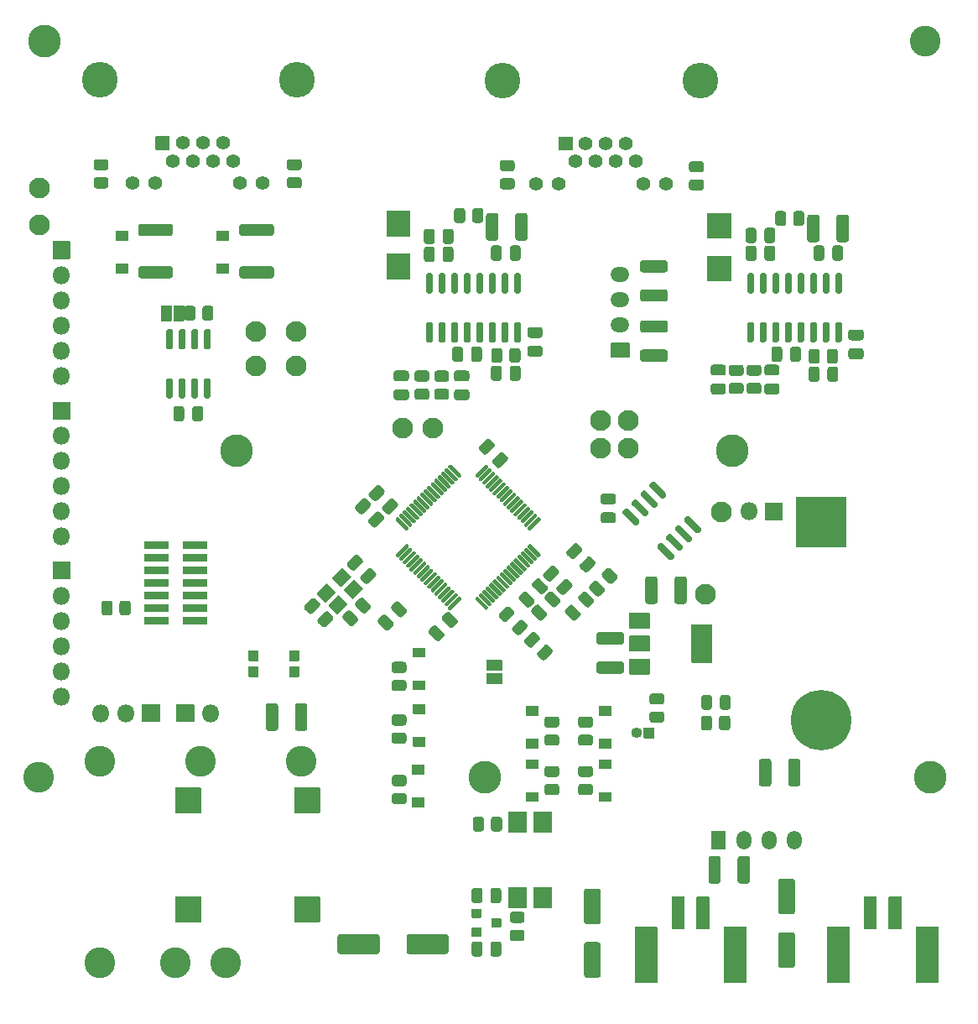
<source format=gts>
%TF.GenerationSoftware,KiCad,Pcbnew,5.1.7-a382d34a8~88~ubuntu20.04.1*%
%TF.CreationDate,2021-06-18T16:23:43+02:00*%
%TF.ProjectId,Shield_Nucleo,53686965-6c64-45f4-9e75-636c656f2e6b,rev?*%
%TF.SameCoordinates,Original*%
%TF.FileFunction,Soldermask,Top*%
%TF.FilePolarity,Negative*%
%FSLAX46Y46*%
G04 Gerber Fmt 4.6, Leading zero omitted, Abs format (unit mm)*
G04 Created by KiCad (PCBNEW 5.1.7-a382d34a8~88~ubuntu20.04.1) date 2021-06-18 16:23:43*
%MOMM*%
%LPD*%
G01*
G04 APERTURE LIST*
%ADD10O,1.800000X1.800000*%
%ADD11C,3.300000*%
%ADD12C,3.100000*%
%ADD13C,1.400000*%
%ADD14C,3.600000*%
%ADD15C,6.100000*%
%ADD16O,1.900000X1.500000*%
%ADD17O,1.500000X1.900000*%
%ADD18C,2.100000*%
%ADD19O,1.100000X1.100000*%
G04 APERTURE END LIST*
D10*
%TO.C,J5*%
X51500000Y-90200000D03*
X51500000Y-87660000D03*
X51500000Y-85120000D03*
X51500000Y-82580000D03*
X51500000Y-80040000D03*
G36*
G01*
X50600000Y-78350000D02*
X50600000Y-76650000D01*
G75*
G02*
X50650000Y-76600000I50000J0D01*
G01*
X52350000Y-76600000D01*
G75*
G02*
X52400000Y-76650000I0J-50000D01*
G01*
X52400000Y-78350000D01*
G75*
G02*
X52350000Y-78400000I-50000J0D01*
G01*
X50650000Y-78400000D01*
G75*
G02*
X50600000Y-78350000I0J50000D01*
G01*
G37*
%TD*%
%TO.C,J4*%
X51500000Y-74000000D03*
X51500000Y-71460000D03*
X51500000Y-68920000D03*
X51500000Y-66380000D03*
X51500000Y-63840000D03*
G36*
G01*
X50600000Y-62150000D02*
X50600000Y-60450000D01*
G75*
G02*
X50650000Y-60400000I50000J0D01*
G01*
X52350000Y-60400000D01*
G75*
G02*
X52400000Y-60450000I0J-50000D01*
G01*
X52400000Y-62150000D01*
G75*
G02*
X52350000Y-62200000I-50000J0D01*
G01*
X50650000Y-62200000D01*
G75*
G02*
X50600000Y-62150000I0J50000D01*
G01*
G37*
%TD*%
%TO.C,JP4*%
X66540000Y-108000000D03*
G36*
G01*
X64850000Y-108900000D02*
X63150000Y-108900000D01*
G75*
G02*
X63100000Y-108850000I0J50000D01*
G01*
X63100000Y-107150000D01*
G75*
G02*
X63150000Y-107100000I50000J0D01*
G01*
X64850000Y-107100000D01*
G75*
G02*
X64900000Y-107150000I0J-50000D01*
G01*
X64900000Y-108850000D01*
G75*
G02*
X64850000Y-108900000I-50000J0D01*
G01*
G37*
%TD*%
%TO.C,J9*%
X55460000Y-108000000D03*
X58000000Y-108000000D03*
G36*
G01*
X59690000Y-107100000D02*
X61390000Y-107100000D01*
G75*
G02*
X61440000Y-107150000I0J-50000D01*
G01*
X61440000Y-108850000D01*
G75*
G02*
X61390000Y-108900000I-50000J0D01*
G01*
X59690000Y-108900000D01*
G75*
G02*
X59640000Y-108850000I0J50000D01*
G01*
X59640000Y-107150000D01*
G75*
G02*
X59690000Y-107100000I50000J0D01*
G01*
G37*
%TD*%
%TO.C,U10*%
G36*
G01*
X94900000Y-129550000D02*
X94900000Y-128750000D01*
G75*
G02*
X94950000Y-128700000I50000J0D01*
G01*
X95850000Y-128700000D01*
G75*
G02*
X95900000Y-128750000I0J-50000D01*
G01*
X95900000Y-129550000D01*
G75*
G02*
X95850000Y-129600000I-50000J0D01*
G01*
X94950000Y-129600000D01*
G75*
G02*
X94900000Y-129550000I0J50000D01*
G01*
G37*
G36*
G01*
X92900000Y-130500000D02*
X92900000Y-129700000D01*
G75*
G02*
X92950000Y-129650000I50000J0D01*
G01*
X93850000Y-129650000D01*
G75*
G02*
X93900000Y-129700000I0J-50000D01*
G01*
X93900000Y-130500000D01*
G75*
G02*
X93850000Y-130550000I-50000J0D01*
G01*
X92950000Y-130550000D01*
G75*
G02*
X92900000Y-130500000I0J50000D01*
G01*
G37*
G36*
G01*
X92900000Y-128600000D02*
X92900000Y-127800000D01*
G75*
G02*
X92950000Y-127750000I50000J0D01*
G01*
X93850000Y-127750000D01*
G75*
G02*
X93900000Y-127800000I0J-50000D01*
G01*
X93900000Y-128600000D01*
G75*
G02*
X93850000Y-128650000I-50000J0D01*
G01*
X92950000Y-128650000D01*
G75*
G02*
X92900000Y-128600000I0J50000D01*
G01*
G37*
%TD*%
%TO.C,C44*%
G36*
G01*
X94000000Y-125900000D02*
X94000000Y-126900000D01*
G75*
G02*
X93725000Y-127175000I-275000J0D01*
G01*
X93175000Y-127175000D01*
G75*
G02*
X92900000Y-126900000I0J275000D01*
G01*
X92900000Y-125900000D01*
G75*
G02*
X93175000Y-125625000I275000J0D01*
G01*
X93725000Y-125625000D01*
G75*
G02*
X94000000Y-125900000I0J-275000D01*
G01*
G37*
G36*
G01*
X95900000Y-125900000D02*
X95900000Y-126900000D01*
G75*
G02*
X95625000Y-127175000I-275000J0D01*
G01*
X95075000Y-127175000D01*
G75*
G02*
X94800000Y-126900000I0J275000D01*
G01*
X94800000Y-125900000D01*
G75*
G02*
X95075000Y-125625000I275000J0D01*
G01*
X95625000Y-125625000D01*
G75*
G02*
X95900000Y-125900000I0J-275000D01*
G01*
G37*
%TD*%
%TO.C,C43*%
G36*
G01*
X94800000Y-132300000D02*
X94800000Y-131300000D01*
G75*
G02*
X95075000Y-131025000I275000J0D01*
G01*
X95625000Y-131025000D01*
G75*
G02*
X95900000Y-131300000I0J-275000D01*
G01*
X95900000Y-132300000D01*
G75*
G02*
X95625000Y-132575000I-275000J0D01*
G01*
X95075000Y-132575000D01*
G75*
G02*
X94800000Y-132300000I0J275000D01*
G01*
G37*
G36*
G01*
X92900000Y-132300000D02*
X92900000Y-131300000D01*
G75*
G02*
X93175000Y-131025000I275000J0D01*
G01*
X93725000Y-131025000D01*
G75*
G02*
X94000000Y-131300000I0J-275000D01*
G01*
X94000000Y-132300000D01*
G75*
G02*
X93725000Y-132575000I-275000J0D01*
G01*
X93175000Y-132575000D01*
G75*
G02*
X92900000Y-132300000I0J275000D01*
G01*
G37*
%TD*%
%TO.C,C14*%
G36*
G01*
X101529289Y-95236396D02*
X102236396Y-94529289D01*
G75*
G02*
X102625304Y-94529289I194454J-194454D01*
G01*
X103014213Y-94918198D01*
G75*
G02*
X103014213Y-95307106I-194454J-194454D01*
G01*
X102307106Y-96014213D01*
G75*
G02*
X101918198Y-96014213I-194454J194454D01*
G01*
X101529289Y-95625304D01*
G75*
G02*
X101529289Y-95236396I194454J194454D01*
G01*
G37*
G36*
G01*
X100185787Y-93892894D02*
X100892894Y-93185787D01*
G75*
G02*
X101281802Y-93185787I194454J-194454D01*
G01*
X101670711Y-93574696D01*
G75*
G02*
X101670711Y-93963604I-194454J-194454D01*
G01*
X100963604Y-94670711D01*
G75*
G02*
X100574696Y-94670711I-194454J194454D01*
G01*
X100185787Y-94281802D01*
G75*
G02*
X100185787Y-93892894I194454J194454D01*
G01*
G37*
%TD*%
%TO.C,R26*%
G36*
G01*
X117880000Y-109475611D02*
X117880000Y-108524389D01*
G75*
G02*
X118154389Y-108250000I274389J0D01*
G01*
X118730611Y-108250000D01*
G75*
G02*
X119005000Y-108524389I0J-274389D01*
G01*
X119005000Y-109475611D01*
G75*
G02*
X118730611Y-109750000I-274389J0D01*
G01*
X118154389Y-109750000D01*
G75*
G02*
X117880000Y-109475611I0J274389D01*
G01*
G37*
G36*
G01*
X116055000Y-109475611D02*
X116055000Y-108524389D01*
G75*
G02*
X116329389Y-108250000I274389J0D01*
G01*
X116905611Y-108250000D01*
G75*
G02*
X117180000Y-108524389I0J-274389D01*
G01*
X117180000Y-109475611D01*
G75*
G02*
X116905611Y-109750000I-274389J0D01*
G01*
X116329389Y-109750000D01*
G75*
G02*
X116055000Y-109475611I0J274389D01*
G01*
G37*
%TD*%
%TO.C,LED2*%
G36*
G01*
X117970000Y-107396250D02*
X117970000Y-106433750D01*
G75*
G02*
X118238750Y-106165000I268750J0D01*
G01*
X118776250Y-106165000D01*
G75*
G02*
X119045000Y-106433750I0J-268750D01*
G01*
X119045000Y-107396250D01*
G75*
G02*
X118776250Y-107665000I-268750J0D01*
G01*
X118238750Y-107665000D01*
G75*
G02*
X117970000Y-107396250I0J268750D01*
G01*
G37*
G36*
G01*
X116095000Y-107396250D02*
X116095000Y-106433750D01*
G75*
G02*
X116363750Y-106165000I268750J0D01*
G01*
X116901250Y-106165000D01*
G75*
G02*
X117170000Y-106433750I0J-268750D01*
G01*
X117170000Y-107396250D01*
G75*
G02*
X116901250Y-107665000I-268750J0D01*
G01*
X116363750Y-107665000D01*
G75*
G02*
X116095000Y-107396250I0J268750D01*
G01*
G37*
%TD*%
%TO.C,C42*%
G36*
G01*
X99763604Y-97129289D02*
X100470711Y-97836396D01*
G75*
G02*
X100470711Y-98225304I-194454J-194454D01*
G01*
X100081802Y-98614213D01*
G75*
G02*
X99692894Y-98614213I-194454J194454D01*
G01*
X98985787Y-97907106D01*
G75*
G02*
X98985787Y-97518198I194454J194454D01*
G01*
X99374696Y-97129289D01*
G75*
G02*
X99763604Y-97129289I194454J-194454D01*
G01*
G37*
G36*
G01*
X101107106Y-95785787D02*
X101814213Y-96492894D01*
G75*
G02*
X101814213Y-96881802I-194454J-194454D01*
G01*
X101425304Y-97270711D01*
G75*
G02*
X101036396Y-97270711I-194454J194454D01*
G01*
X100329289Y-96563604D01*
G75*
G02*
X100329289Y-96174696I194454J194454D01*
G01*
X100718198Y-95785787D01*
G75*
G02*
X101107106Y-95785787I194454J-194454D01*
G01*
G37*
%TD*%
%TO.C,C41*%
G36*
G01*
X98491853Y-95801040D02*
X99198960Y-96508147D01*
G75*
G02*
X99198960Y-96897055I-194454J-194454D01*
G01*
X98810051Y-97285964D01*
G75*
G02*
X98421143Y-97285964I-194454J194454D01*
G01*
X97714036Y-96578857D01*
G75*
G02*
X97714036Y-96189949I194454J194454D01*
G01*
X98102945Y-95801040D01*
G75*
G02*
X98491853Y-95801040I194454J-194454D01*
G01*
G37*
G36*
G01*
X99835355Y-94457538D02*
X100542462Y-95164645D01*
G75*
G02*
X100542462Y-95553553I-194454J-194454D01*
G01*
X100153553Y-95942462D01*
G75*
G02*
X99764645Y-95942462I-194454J194454D01*
G01*
X99057538Y-95235355D01*
G75*
G02*
X99057538Y-94846447I194454J194454D01*
G01*
X99446447Y-94457538D01*
G75*
G02*
X99835355Y-94457538I194454J-194454D01*
G01*
G37*
%TD*%
D11*
%TO.C,J7*%
X139200000Y-114500000D03*
X94200000Y-114500000D03*
D12*
X49200000Y-114500000D03*
D11*
X69200000Y-81500000D03*
X119200000Y-81500000D03*
D12*
X138650000Y-40200000D03*
D11*
X49750000Y-40200000D03*
%TD*%
%TO.C,J6*%
G36*
G01*
X118350000Y-135200000D02*
X118350000Y-129600000D01*
G75*
G02*
X118400000Y-129550000I50000J0D01*
G01*
X120600000Y-129550000D01*
G75*
G02*
X120650000Y-129600000I0J-50000D01*
G01*
X120650000Y-135200000D01*
G75*
G02*
X120600000Y-135250000I-50000J0D01*
G01*
X118400000Y-135250000D01*
G75*
G02*
X118350000Y-135200000I0J50000D01*
G01*
G37*
G36*
G01*
X115600000Y-129750000D02*
X115600000Y-126550000D01*
G75*
G02*
X115650000Y-126500000I50000J0D01*
G01*
X116850000Y-126500000D01*
G75*
G02*
X116900000Y-126550000I0J-50000D01*
G01*
X116900000Y-129750000D01*
G75*
G02*
X116850000Y-129800000I-50000J0D01*
G01*
X115650000Y-129800000D01*
G75*
G02*
X115600000Y-129750000I0J50000D01*
G01*
G37*
G36*
G01*
X113100000Y-129750000D02*
X113100000Y-126550000D01*
G75*
G02*
X113150000Y-126500000I50000J0D01*
G01*
X114350000Y-126500000D01*
G75*
G02*
X114400000Y-126550000I0J-50000D01*
G01*
X114400000Y-129750000D01*
G75*
G02*
X114350000Y-129800000I-50000J0D01*
G01*
X113150000Y-129800000D01*
G75*
G02*
X113100000Y-129750000I0J50000D01*
G01*
G37*
G36*
G01*
X109350000Y-135200000D02*
X109350000Y-129600000D01*
G75*
G02*
X109400000Y-129550000I50000J0D01*
G01*
X111600000Y-129550000D01*
G75*
G02*
X111650000Y-129600000I0J-50000D01*
G01*
X111650000Y-135200000D01*
G75*
G02*
X111600000Y-135250000I-50000J0D01*
G01*
X109400000Y-135250000D01*
G75*
G02*
X109350000Y-135200000I0J50000D01*
G01*
G37*
%TD*%
%TO.C,J1*%
G36*
G01*
X137750000Y-135200000D02*
X137750000Y-129600000D01*
G75*
G02*
X137800000Y-129550000I50000J0D01*
G01*
X140000000Y-129550000D01*
G75*
G02*
X140050000Y-129600000I0J-50000D01*
G01*
X140050000Y-135200000D01*
G75*
G02*
X140000000Y-135250000I-50000J0D01*
G01*
X137800000Y-135250000D01*
G75*
G02*
X137750000Y-135200000I0J50000D01*
G01*
G37*
G36*
G01*
X135000000Y-129750000D02*
X135000000Y-126550000D01*
G75*
G02*
X135050000Y-126500000I50000J0D01*
G01*
X136250000Y-126500000D01*
G75*
G02*
X136300000Y-126550000I0J-50000D01*
G01*
X136300000Y-129750000D01*
G75*
G02*
X136250000Y-129800000I-50000J0D01*
G01*
X135050000Y-129800000D01*
G75*
G02*
X135000000Y-129750000I0J50000D01*
G01*
G37*
G36*
G01*
X132500000Y-129750000D02*
X132500000Y-126550000D01*
G75*
G02*
X132550000Y-126500000I50000J0D01*
G01*
X133750000Y-126500000D01*
G75*
G02*
X133800000Y-126550000I0J-50000D01*
G01*
X133800000Y-129750000D01*
G75*
G02*
X133750000Y-129800000I-50000J0D01*
G01*
X132550000Y-129800000D01*
G75*
G02*
X132500000Y-129750000I0J50000D01*
G01*
G37*
G36*
G01*
X128750000Y-135200000D02*
X128750000Y-129600000D01*
G75*
G02*
X128800000Y-129550000I50000J0D01*
G01*
X131000000Y-129550000D01*
G75*
G02*
X131050000Y-129600000I0J-50000D01*
G01*
X131050000Y-135200000D01*
G75*
G02*
X131000000Y-135250000I-50000J0D01*
G01*
X128800000Y-135250000D01*
G75*
G02*
X128750000Y-135200000I0J50000D01*
G01*
G37*
%TD*%
%TO.C,PS5*%
G36*
G01*
X65550000Y-129100000D02*
X63050000Y-129100000D01*
G75*
G02*
X63000000Y-129050000I0J50000D01*
G01*
X63000000Y-126550000D01*
G75*
G02*
X63050000Y-126500000I50000J0D01*
G01*
X65550000Y-126500000D01*
G75*
G02*
X65600000Y-126550000I0J-50000D01*
G01*
X65600000Y-129050000D01*
G75*
G02*
X65550000Y-129100000I-50000J0D01*
G01*
G37*
G36*
G01*
X65550000Y-118100000D02*
X63050000Y-118100000D01*
G75*
G02*
X63000000Y-118050000I0J50000D01*
G01*
X63000000Y-115550000D01*
G75*
G02*
X63050000Y-115500000I50000J0D01*
G01*
X65550000Y-115500000D01*
G75*
G02*
X65600000Y-115550000I0J-50000D01*
G01*
X65600000Y-118050000D01*
G75*
G02*
X65550000Y-118100000I-50000J0D01*
G01*
G37*
G36*
G01*
X77550000Y-118100000D02*
X75050000Y-118100000D01*
G75*
G02*
X75000000Y-118050000I0J50000D01*
G01*
X75000000Y-115550000D01*
G75*
G02*
X75050000Y-115500000I50000J0D01*
G01*
X77550000Y-115500000D01*
G75*
G02*
X77600000Y-115550000I0J-50000D01*
G01*
X77600000Y-118050000D01*
G75*
G02*
X77550000Y-118100000I-50000J0D01*
G01*
G37*
G36*
G01*
X77550000Y-129100000D02*
X75050000Y-129100000D01*
G75*
G02*
X75000000Y-129050000I0J50000D01*
G01*
X75000000Y-126550000D01*
G75*
G02*
X75050000Y-126500000I50000J0D01*
G01*
X77550000Y-126500000D01*
G75*
G02*
X77600000Y-126550000I0J-50000D01*
G01*
X77600000Y-129050000D01*
G75*
G02*
X77550000Y-129100000I-50000J0D01*
G01*
G37*
%TD*%
%TO.C,U6*%
G36*
G01*
X121240000Y-65660000D02*
X120890000Y-65660000D01*
G75*
G02*
X120715000Y-65485000I0J175000D01*
G01*
X120715000Y-63785000D01*
G75*
G02*
X120890000Y-63610000I175000J0D01*
G01*
X121240000Y-63610000D01*
G75*
G02*
X121415000Y-63785000I0J-175000D01*
G01*
X121415000Y-65485000D01*
G75*
G02*
X121240000Y-65660000I-175000J0D01*
G01*
G37*
G36*
G01*
X122510000Y-65660000D02*
X122160000Y-65660000D01*
G75*
G02*
X121985000Y-65485000I0J175000D01*
G01*
X121985000Y-63785000D01*
G75*
G02*
X122160000Y-63610000I175000J0D01*
G01*
X122510000Y-63610000D01*
G75*
G02*
X122685000Y-63785000I0J-175000D01*
G01*
X122685000Y-65485000D01*
G75*
G02*
X122510000Y-65660000I-175000J0D01*
G01*
G37*
G36*
G01*
X123780000Y-65660000D02*
X123430000Y-65660000D01*
G75*
G02*
X123255000Y-65485000I0J175000D01*
G01*
X123255000Y-63785000D01*
G75*
G02*
X123430000Y-63610000I175000J0D01*
G01*
X123780000Y-63610000D01*
G75*
G02*
X123955000Y-63785000I0J-175000D01*
G01*
X123955000Y-65485000D01*
G75*
G02*
X123780000Y-65660000I-175000J0D01*
G01*
G37*
G36*
G01*
X125050000Y-65660000D02*
X124700000Y-65660000D01*
G75*
G02*
X124525000Y-65485000I0J175000D01*
G01*
X124525000Y-63785000D01*
G75*
G02*
X124700000Y-63610000I175000J0D01*
G01*
X125050000Y-63610000D01*
G75*
G02*
X125225000Y-63785000I0J-175000D01*
G01*
X125225000Y-65485000D01*
G75*
G02*
X125050000Y-65660000I-175000J0D01*
G01*
G37*
G36*
G01*
X126320000Y-65660000D02*
X125970000Y-65660000D01*
G75*
G02*
X125795000Y-65485000I0J175000D01*
G01*
X125795000Y-63785000D01*
G75*
G02*
X125970000Y-63610000I175000J0D01*
G01*
X126320000Y-63610000D01*
G75*
G02*
X126495000Y-63785000I0J-175000D01*
G01*
X126495000Y-65485000D01*
G75*
G02*
X126320000Y-65660000I-175000J0D01*
G01*
G37*
G36*
G01*
X127590000Y-65660000D02*
X127240000Y-65660000D01*
G75*
G02*
X127065000Y-65485000I0J175000D01*
G01*
X127065000Y-63785000D01*
G75*
G02*
X127240000Y-63610000I175000J0D01*
G01*
X127590000Y-63610000D01*
G75*
G02*
X127765000Y-63785000I0J-175000D01*
G01*
X127765000Y-65485000D01*
G75*
G02*
X127590000Y-65660000I-175000J0D01*
G01*
G37*
G36*
G01*
X128860000Y-65660000D02*
X128510000Y-65660000D01*
G75*
G02*
X128335000Y-65485000I0J175000D01*
G01*
X128335000Y-63785000D01*
G75*
G02*
X128510000Y-63610000I175000J0D01*
G01*
X128860000Y-63610000D01*
G75*
G02*
X129035000Y-63785000I0J-175000D01*
G01*
X129035000Y-65485000D01*
G75*
G02*
X128860000Y-65660000I-175000J0D01*
G01*
G37*
G36*
G01*
X130130000Y-65660000D02*
X129780000Y-65660000D01*
G75*
G02*
X129605000Y-65485000I0J175000D01*
G01*
X129605000Y-63785000D01*
G75*
G02*
X129780000Y-63610000I175000J0D01*
G01*
X130130000Y-63610000D01*
G75*
G02*
X130305000Y-63785000I0J-175000D01*
G01*
X130305000Y-65485000D01*
G75*
G02*
X130130000Y-65660000I-175000J0D01*
G01*
G37*
G36*
G01*
X130130000Y-70610000D02*
X129780000Y-70610000D01*
G75*
G02*
X129605000Y-70435000I0J175000D01*
G01*
X129605000Y-68735000D01*
G75*
G02*
X129780000Y-68560000I175000J0D01*
G01*
X130130000Y-68560000D01*
G75*
G02*
X130305000Y-68735000I0J-175000D01*
G01*
X130305000Y-70435000D01*
G75*
G02*
X130130000Y-70610000I-175000J0D01*
G01*
G37*
G36*
G01*
X128860000Y-70610000D02*
X128510000Y-70610000D01*
G75*
G02*
X128335000Y-70435000I0J175000D01*
G01*
X128335000Y-68735000D01*
G75*
G02*
X128510000Y-68560000I175000J0D01*
G01*
X128860000Y-68560000D01*
G75*
G02*
X129035000Y-68735000I0J-175000D01*
G01*
X129035000Y-70435000D01*
G75*
G02*
X128860000Y-70610000I-175000J0D01*
G01*
G37*
G36*
G01*
X127590000Y-70610000D02*
X127240000Y-70610000D01*
G75*
G02*
X127065000Y-70435000I0J175000D01*
G01*
X127065000Y-68735000D01*
G75*
G02*
X127240000Y-68560000I175000J0D01*
G01*
X127590000Y-68560000D01*
G75*
G02*
X127765000Y-68735000I0J-175000D01*
G01*
X127765000Y-70435000D01*
G75*
G02*
X127590000Y-70610000I-175000J0D01*
G01*
G37*
G36*
G01*
X126320000Y-70610000D02*
X125970000Y-70610000D01*
G75*
G02*
X125795000Y-70435000I0J175000D01*
G01*
X125795000Y-68735000D01*
G75*
G02*
X125970000Y-68560000I175000J0D01*
G01*
X126320000Y-68560000D01*
G75*
G02*
X126495000Y-68735000I0J-175000D01*
G01*
X126495000Y-70435000D01*
G75*
G02*
X126320000Y-70610000I-175000J0D01*
G01*
G37*
G36*
G01*
X125050000Y-70610000D02*
X124700000Y-70610000D01*
G75*
G02*
X124525000Y-70435000I0J175000D01*
G01*
X124525000Y-68735000D01*
G75*
G02*
X124700000Y-68560000I175000J0D01*
G01*
X125050000Y-68560000D01*
G75*
G02*
X125225000Y-68735000I0J-175000D01*
G01*
X125225000Y-70435000D01*
G75*
G02*
X125050000Y-70610000I-175000J0D01*
G01*
G37*
G36*
G01*
X123780000Y-70610000D02*
X123430000Y-70610000D01*
G75*
G02*
X123255000Y-70435000I0J175000D01*
G01*
X123255000Y-68735000D01*
G75*
G02*
X123430000Y-68560000I175000J0D01*
G01*
X123780000Y-68560000D01*
G75*
G02*
X123955000Y-68735000I0J-175000D01*
G01*
X123955000Y-70435000D01*
G75*
G02*
X123780000Y-70610000I-175000J0D01*
G01*
G37*
G36*
G01*
X122510000Y-70610000D02*
X122160000Y-70610000D01*
G75*
G02*
X121985000Y-70435000I0J175000D01*
G01*
X121985000Y-68735000D01*
G75*
G02*
X122160000Y-68560000I175000J0D01*
G01*
X122510000Y-68560000D01*
G75*
G02*
X122685000Y-68735000I0J-175000D01*
G01*
X122685000Y-70435000D01*
G75*
G02*
X122510000Y-70610000I-175000J0D01*
G01*
G37*
G36*
G01*
X121240000Y-70610000D02*
X120890000Y-70610000D01*
G75*
G02*
X120715000Y-70435000I0J175000D01*
G01*
X120715000Y-68735000D01*
G75*
G02*
X120890000Y-68560000I175000J0D01*
G01*
X121240000Y-68560000D01*
G75*
G02*
X121415000Y-68735000I0J-175000D01*
G01*
X121415000Y-70435000D01*
G75*
G02*
X121240000Y-70610000I-175000J0D01*
G01*
G37*
%TD*%
%TO.C,U5*%
G36*
G01*
X88810000Y-65670000D02*
X88460000Y-65670000D01*
G75*
G02*
X88285000Y-65495000I0J175000D01*
G01*
X88285000Y-63795000D01*
G75*
G02*
X88460000Y-63620000I175000J0D01*
G01*
X88810000Y-63620000D01*
G75*
G02*
X88985000Y-63795000I0J-175000D01*
G01*
X88985000Y-65495000D01*
G75*
G02*
X88810000Y-65670000I-175000J0D01*
G01*
G37*
G36*
G01*
X90080000Y-65670000D02*
X89730000Y-65670000D01*
G75*
G02*
X89555000Y-65495000I0J175000D01*
G01*
X89555000Y-63795000D01*
G75*
G02*
X89730000Y-63620000I175000J0D01*
G01*
X90080000Y-63620000D01*
G75*
G02*
X90255000Y-63795000I0J-175000D01*
G01*
X90255000Y-65495000D01*
G75*
G02*
X90080000Y-65670000I-175000J0D01*
G01*
G37*
G36*
G01*
X91350000Y-65670000D02*
X91000000Y-65670000D01*
G75*
G02*
X90825000Y-65495000I0J175000D01*
G01*
X90825000Y-63795000D01*
G75*
G02*
X91000000Y-63620000I175000J0D01*
G01*
X91350000Y-63620000D01*
G75*
G02*
X91525000Y-63795000I0J-175000D01*
G01*
X91525000Y-65495000D01*
G75*
G02*
X91350000Y-65670000I-175000J0D01*
G01*
G37*
G36*
G01*
X92620000Y-65670000D02*
X92270000Y-65670000D01*
G75*
G02*
X92095000Y-65495000I0J175000D01*
G01*
X92095000Y-63795000D01*
G75*
G02*
X92270000Y-63620000I175000J0D01*
G01*
X92620000Y-63620000D01*
G75*
G02*
X92795000Y-63795000I0J-175000D01*
G01*
X92795000Y-65495000D01*
G75*
G02*
X92620000Y-65670000I-175000J0D01*
G01*
G37*
G36*
G01*
X93890000Y-65670000D02*
X93540000Y-65670000D01*
G75*
G02*
X93365000Y-65495000I0J175000D01*
G01*
X93365000Y-63795000D01*
G75*
G02*
X93540000Y-63620000I175000J0D01*
G01*
X93890000Y-63620000D01*
G75*
G02*
X94065000Y-63795000I0J-175000D01*
G01*
X94065000Y-65495000D01*
G75*
G02*
X93890000Y-65670000I-175000J0D01*
G01*
G37*
G36*
G01*
X95160000Y-65670000D02*
X94810000Y-65670000D01*
G75*
G02*
X94635000Y-65495000I0J175000D01*
G01*
X94635000Y-63795000D01*
G75*
G02*
X94810000Y-63620000I175000J0D01*
G01*
X95160000Y-63620000D01*
G75*
G02*
X95335000Y-63795000I0J-175000D01*
G01*
X95335000Y-65495000D01*
G75*
G02*
X95160000Y-65670000I-175000J0D01*
G01*
G37*
G36*
G01*
X96430000Y-65670000D02*
X96080000Y-65670000D01*
G75*
G02*
X95905000Y-65495000I0J175000D01*
G01*
X95905000Y-63795000D01*
G75*
G02*
X96080000Y-63620000I175000J0D01*
G01*
X96430000Y-63620000D01*
G75*
G02*
X96605000Y-63795000I0J-175000D01*
G01*
X96605000Y-65495000D01*
G75*
G02*
X96430000Y-65670000I-175000J0D01*
G01*
G37*
G36*
G01*
X97700000Y-65670000D02*
X97350000Y-65670000D01*
G75*
G02*
X97175000Y-65495000I0J175000D01*
G01*
X97175000Y-63795000D01*
G75*
G02*
X97350000Y-63620000I175000J0D01*
G01*
X97700000Y-63620000D01*
G75*
G02*
X97875000Y-63795000I0J-175000D01*
G01*
X97875000Y-65495000D01*
G75*
G02*
X97700000Y-65670000I-175000J0D01*
G01*
G37*
G36*
G01*
X97700000Y-70620000D02*
X97350000Y-70620000D01*
G75*
G02*
X97175000Y-70445000I0J175000D01*
G01*
X97175000Y-68745000D01*
G75*
G02*
X97350000Y-68570000I175000J0D01*
G01*
X97700000Y-68570000D01*
G75*
G02*
X97875000Y-68745000I0J-175000D01*
G01*
X97875000Y-70445000D01*
G75*
G02*
X97700000Y-70620000I-175000J0D01*
G01*
G37*
G36*
G01*
X96430000Y-70620000D02*
X96080000Y-70620000D01*
G75*
G02*
X95905000Y-70445000I0J175000D01*
G01*
X95905000Y-68745000D01*
G75*
G02*
X96080000Y-68570000I175000J0D01*
G01*
X96430000Y-68570000D01*
G75*
G02*
X96605000Y-68745000I0J-175000D01*
G01*
X96605000Y-70445000D01*
G75*
G02*
X96430000Y-70620000I-175000J0D01*
G01*
G37*
G36*
G01*
X95160000Y-70620000D02*
X94810000Y-70620000D01*
G75*
G02*
X94635000Y-70445000I0J175000D01*
G01*
X94635000Y-68745000D01*
G75*
G02*
X94810000Y-68570000I175000J0D01*
G01*
X95160000Y-68570000D01*
G75*
G02*
X95335000Y-68745000I0J-175000D01*
G01*
X95335000Y-70445000D01*
G75*
G02*
X95160000Y-70620000I-175000J0D01*
G01*
G37*
G36*
G01*
X93890000Y-70620000D02*
X93540000Y-70620000D01*
G75*
G02*
X93365000Y-70445000I0J175000D01*
G01*
X93365000Y-68745000D01*
G75*
G02*
X93540000Y-68570000I175000J0D01*
G01*
X93890000Y-68570000D01*
G75*
G02*
X94065000Y-68745000I0J-175000D01*
G01*
X94065000Y-70445000D01*
G75*
G02*
X93890000Y-70620000I-175000J0D01*
G01*
G37*
G36*
G01*
X92620000Y-70620000D02*
X92270000Y-70620000D01*
G75*
G02*
X92095000Y-70445000I0J175000D01*
G01*
X92095000Y-68745000D01*
G75*
G02*
X92270000Y-68570000I175000J0D01*
G01*
X92620000Y-68570000D01*
G75*
G02*
X92795000Y-68745000I0J-175000D01*
G01*
X92795000Y-70445000D01*
G75*
G02*
X92620000Y-70620000I-175000J0D01*
G01*
G37*
G36*
G01*
X91350000Y-70620000D02*
X91000000Y-70620000D01*
G75*
G02*
X90825000Y-70445000I0J175000D01*
G01*
X90825000Y-68745000D01*
G75*
G02*
X91000000Y-68570000I175000J0D01*
G01*
X91350000Y-68570000D01*
G75*
G02*
X91525000Y-68745000I0J-175000D01*
G01*
X91525000Y-70445000D01*
G75*
G02*
X91350000Y-70620000I-175000J0D01*
G01*
G37*
G36*
G01*
X90080000Y-70620000D02*
X89730000Y-70620000D01*
G75*
G02*
X89555000Y-70445000I0J175000D01*
G01*
X89555000Y-68745000D01*
G75*
G02*
X89730000Y-68570000I175000J0D01*
G01*
X90080000Y-68570000D01*
G75*
G02*
X90255000Y-68745000I0J-175000D01*
G01*
X90255000Y-70445000D01*
G75*
G02*
X90080000Y-70620000I-175000J0D01*
G01*
G37*
G36*
G01*
X88810000Y-70620000D02*
X88460000Y-70620000D01*
G75*
G02*
X88285000Y-70445000I0J175000D01*
G01*
X88285000Y-68745000D01*
G75*
G02*
X88460000Y-68570000I175000J0D01*
G01*
X88810000Y-68570000D01*
G75*
G02*
X88985000Y-68745000I0J-175000D01*
G01*
X88985000Y-70445000D01*
G75*
G02*
X88810000Y-70620000I-175000J0D01*
G01*
G37*
%TD*%
D13*
%TO.C,J3*%
X109512000Y-52330000D03*
D14*
X115989000Y-44200000D03*
X96050000Y-44200000D03*
D13*
X112496500Y-54614000D03*
X101701500Y-54614000D03*
X106464000Y-50550000D03*
G36*
G01*
X101700000Y-51200000D02*
X101700000Y-49900000D01*
G75*
G02*
X101750000Y-49850000I50000J0D01*
G01*
X103050000Y-49850000D01*
G75*
G02*
X103100000Y-49900000I0J-50000D01*
G01*
X103100000Y-51200000D01*
G75*
G02*
X103050000Y-51250000I-50000J0D01*
G01*
X101750000Y-51250000D01*
G75*
G02*
X101700000Y-51200000I0J50000D01*
G01*
G37*
X108496000Y-50550000D03*
X99415500Y-54614000D03*
X104432000Y-50550000D03*
X110210500Y-54614000D03*
X103416000Y-52330000D03*
X105448000Y-52330000D03*
X107480000Y-52330000D03*
%TD*%
%TO.C,J2*%
X68812000Y-52280000D03*
D14*
X75289000Y-44150000D03*
X55350000Y-44150000D03*
D13*
X71796500Y-54564000D03*
X61001500Y-54564000D03*
X65764000Y-50500000D03*
G36*
G01*
X61000000Y-51150000D02*
X61000000Y-49850000D01*
G75*
G02*
X61050000Y-49800000I50000J0D01*
G01*
X62350000Y-49800000D01*
G75*
G02*
X62400000Y-49850000I0J-50000D01*
G01*
X62400000Y-51150000D01*
G75*
G02*
X62350000Y-51200000I-50000J0D01*
G01*
X61050000Y-51200000D01*
G75*
G02*
X61000000Y-51150000I0J50000D01*
G01*
G37*
X67796000Y-50500000D03*
X58715500Y-54564000D03*
X63732000Y-50500000D03*
X69510500Y-54564000D03*
X62716000Y-52280000D03*
X64748000Y-52280000D03*
X66780000Y-52280000D03*
%TD*%
D12*
%TO.C,PS4*%
X65500000Y-112900000D03*
X55340000Y-133220000D03*
X75660000Y-112900000D03*
X55340000Y-112900000D03*
X68040000Y-133220000D03*
X62960000Y-133220000D03*
%TD*%
D15*
%TO.C,BT1*%
X128205000Y-108749000D03*
G36*
G01*
X130705000Y-91299000D02*
X125705000Y-91299000D01*
G75*
G02*
X125655000Y-91249000I0J50000D01*
G01*
X125655000Y-86249000D01*
G75*
G02*
X125705000Y-86199000I50000J0D01*
G01*
X130705000Y-86199000D01*
G75*
G02*
X130755000Y-86249000I0J-50000D01*
G01*
X130755000Y-91249000D01*
G75*
G02*
X130705000Y-91299000I-50000J0D01*
G01*
G37*
%TD*%
%TO.C,U3*%
G36*
G01*
X62590000Y-71310000D02*
X62240000Y-71310000D01*
G75*
G02*
X62065000Y-71135000I0J175000D01*
G01*
X62065000Y-69435000D01*
G75*
G02*
X62240000Y-69260000I175000J0D01*
G01*
X62590000Y-69260000D01*
G75*
G02*
X62765000Y-69435000I0J-175000D01*
G01*
X62765000Y-71135000D01*
G75*
G02*
X62590000Y-71310000I-175000J0D01*
G01*
G37*
G36*
G01*
X63860000Y-71310000D02*
X63510000Y-71310000D01*
G75*
G02*
X63335000Y-71135000I0J175000D01*
G01*
X63335000Y-69435000D01*
G75*
G02*
X63510000Y-69260000I175000J0D01*
G01*
X63860000Y-69260000D01*
G75*
G02*
X64035000Y-69435000I0J-175000D01*
G01*
X64035000Y-71135000D01*
G75*
G02*
X63860000Y-71310000I-175000J0D01*
G01*
G37*
G36*
G01*
X65130000Y-71310000D02*
X64780000Y-71310000D01*
G75*
G02*
X64605000Y-71135000I0J175000D01*
G01*
X64605000Y-69435000D01*
G75*
G02*
X64780000Y-69260000I175000J0D01*
G01*
X65130000Y-69260000D01*
G75*
G02*
X65305000Y-69435000I0J-175000D01*
G01*
X65305000Y-71135000D01*
G75*
G02*
X65130000Y-71310000I-175000J0D01*
G01*
G37*
G36*
G01*
X66400000Y-71310000D02*
X66050000Y-71310000D01*
G75*
G02*
X65875000Y-71135000I0J175000D01*
G01*
X65875000Y-69435000D01*
G75*
G02*
X66050000Y-69260000I175000J0D01*
G01*
X66400000Y-69260000D01*
G75*
G02*
X66575000Y-69435000I0J-175000D01*
G01*
X66575000Y-71135000D01*
G75*
G02*
X66400000Y-71310000I-175000J0D01*
G01*
G37*
G36*
G01*
X66400000Y-76260000D02*
X66050000Y-76260000D01*
G75*
G02*
X65875000Y-76085000I0J175000D01*
G01*
X65875000Y-74385000D01*
G75*
G02*
X66050000Y-74210000I175000J0D01*
G01*
X66400000Y-74210000D01*
G75*
G02*
X66575000Y-74385000I0J-175000D01*
G01*
X66575000Y-76085000D01*
G75*
G02*
X66400000Y-76260000I-175000J0D01*
G01*
G37*
G36*
G01*
X65130000Y-76260000D02*
X64780000Y-76260000D01*
G75*
G02*
X64605000Y-76085000I0J175000D01*
G01*
X64605000Y-74385000D01*
G75*
G02*
X64780000Y-74210000I175000J0D01*
G01*
X65130000Y-74210000D01*
G75*
G02*
X65305000Y-74385000I0J-175000D01*
G01*
X65305000Y-76085000D01*
G75*
G02*
X65130000Y-76260000I-175000J0D01*
G01*
G37*
G36*
G01*
X63860000Y-76260000D02*
X63510000Y-76260000D01*
G75*
G02*
X63335000Y-76085000I0J175000D01*
G01*
X63335000Y-74385000D01*
G75*
G02*
X63510000Y-74210000I175000J0D01*
G01*
X63860000Y-74210000D01*
G75*
G02*
X64035000Y-74385000I0J-175000D01*
G01*
X64035000Y-76085000D01*
G75*
G02*
X63860000Y-76260000I-175000J0D01*
G01*
G37*
G36*
G01*
X62590000Y-76260000D02*
X62240000Y-76260000D01*
G75*
G02*
X62065000Y-76085000I0J175000D01*
G01*
X62065000Y-74385000D01*
G75*
G02*
X62240000Y-74210000I175000J0D01*
G01*
X62590000Y-74210000D01*
G75*
G02*
X62765000Y-74385000I0J-175000D01*
G01*
X62765000Y-76085000D01*
G75*
G02*
X62590000Y-76260000I-175000J0D01*
G01*
G37*
%TD*%
%TO.C,U2*%
G36*
G01*
X109851400Y-88797990D02*
X109603913Y-89045477D01*
G75*
G02*
X109356425Y-89045477I-123744J123744D01*
G01*
X108154344Y-87843396D01*
G75*
G02*
X108154344Y-87595908I123744J123744D01*
G01*
X108401831Y-87348421D01*
G75*
G02*
X108649319Y-87348421I123744J-123744D01*
G01*
X109851400Y-88550502D01*
G75*
G02*
X109851400Y-88797990I-123744J-123744D01*
G01*
G37*
G36*
G01*
X110749426Y-87899965D02*
X110501939Y-88147452D01*
G75*
G02*
X110254451Y-88147452I-123744J123744D01*
G01*
X109052370Y-86945371D01*
G75*
G02*
X109052370Y-86697883I123744J123744D01*
G01*
X109299857Y-86450396D01*
G75*
G02*
X109547345Y-86450396I123744J-123744D01*
G01*
X110749426Y-87652477D01*
G75*
G02*
X110749426Y-87899965I-123744J-123744D01*
G01*
G37*
G36*
G01*
X111647452Y-87001939D02*
X111399965Y-87249426D01*
G75*
G02*
X111152477Y-87249426I-123744J123744D01*
G01*
X109950396Y-86047345D01*
G75*
G02*
X109950396Y-85799857I123744J123744D01*
G01*
X110197883Y-85552370D01*
G75*
G02*
X110445371Y-85552370I123744J-123744D01*
G01*
X111647452Y-86754451D01*
G75*
G02*
X111647452Y-87001939I-123744J-123744D01*
G01*
G37*
G36*
G01*
X112545477Y-86103913D02*
X112297990Y-86351400D01*
G75*
G02*
X112050502Y-86351400I-123744J123744D01*
G01*
X110848421Y-85149319D01*
G75*
G02*
X110848421Y-84901831I123744J123744D01*
G01*
X111095908Y-84654344D01*
G75*
G02*
X111343396Y-84654344I123744J-123744D01*
G01*
X112545477Y-85856425D01*
G75*
G02*
X112545477Y-86103913I-123744J-123744D01*
G01*
G37*
G36*
G01*
X116045656Y-89604092D02*
X115798169Y-89851579D01*
G75*
G02*
X115550681Y-89851579I-123744J123744D01*
G01*
X114348600Y-88649498D01*
G75*
G02*
X114348600Y-88402010I123744J123744D01*
G01*
X114596087Y-88154523D01*
G75*
G02*
X114843575Y-88154523I123744J-123744D01*
G01*
X116045656Y-89356604D01*
G75*
G02*
X116045656Y-89604092I-123744J-123744D01*
G01*
G37*
G36*
G01*
X115147630Y-90502117D02*
X114900143Y-90749604D01*
G75*
G02*
X114652655Y-90749604I-123744J123744D01*
G01*
X113450574Y-89547523D01*
G75*
G02*
X113450574Y-89300035I123744J123744D01*
G01*
X113698061Y-89052548D01*
G75*
G02*
X113945549Y-89052548I123744J-123744D01*
G01*
X115147630Y-90254629D01*
G75*
G02*
X115147630Y-90502117I-123744J-123744D01*
G01*
G37*
G36*
G01*
X114249604Y-91400143D02*
X114002117Y-91647630D01*
G75*
G02*
X113754629Y-91647630I-123744J123744D01*
G01*
X112552548Y-90445549D01*
G75*
G02*
X112552548Y-90198061I123744J123744D01*
G01*
X112800035Y-89950574D01*
G75*
G02*
X113047523Y-89950574I123744J-123744D01*
G01*
X114249604Y-91152655D01*
G75*
G02*
X114249604Y-91400143I-123744J-123744D01*
G01*
G37*
G36*
G01*
X113351579Y-92298169D02*
X113104092Y-92545656D01*
G75*
G02*
X112856604Y-92545656I-123744J123744D01*
G01*
X111654523Y-91343575D01*
G75*
G02*
X111654523Y-91096087I123744J123744D01*
G01*
X111902010Y-90848600D01*
G75*
G02*
X112149498Y-90848600I123744J-123744D01*
G01*
X113351579Y-92050681D01*
G75*
G02*
X113351579Y-92298169I-123744J-123744D01*
G01*
G37*
%TD*%
%TO.C,U9*%
G36*
G01*
X108800000Y-72150000D02*
X107000000Y-72150000D01*
G75*
G02*
X106950000Y-72100000I0J50000D01*
G01*
X106950000Y-70700000D01*
G75*
G02*
X107000000Y-70650000I50000J0D01*
G01*
X108800000Y-70650000D01*
G75*
G02*
X108850000Y-70700000I0J-50000D01*
G01*
X108850000Y-72100000D01*
G75*
G02*
X108800000Y-72150000I-50000J0D01*
G01*
G37*
D16*
X107900000Y-68860000D03*
X107900000Y-66320000D03*
X107900000Y-63780000D03*
%TD*%
%TO.C,U8*%
G36*
G01*
X117070000Y-121700000D02*
X117070000Y-119900000D01*
G75*
G02*
X117120000Y-119850000I50000J0D01*
G01*
X118520000Y-119850000D01*
G75*
G02*
X118570000Y-119900000I0J-50000D01*
G01*
X118570000Y-121700000D01*
G75*
G02*
X118520000Y-121750000I-50000J0D01*
G01*
X117120000Y-121750000D01*
G75*
G02*
X117070000Y-121700000I0J50000D01*
G01*
G37*
D17*
X120360000Y-120800000D03*
X122900000Y-120800000D03*
X125440000Y-120800000D03*
%TD*%
D18*
%TO.C,TP33*%
X49290000Y-55000000D03*
%TD*%
%TO.C,TP32*%
X49290000Y-58750000D03*
%TD*%
%TO.C,TP15*%
X75200000Y-69500000D03*
%TD*%
%TO.C,TP14*%
X71100000Y-73000000D03*
%TD*%
%TO.C,TP13*%
X71100000Y-69500000D03*
%TD*%
%TO.C,TP12*%
X108700000Y-81250000D03*
%TD*%
%TO.C,TP8*%
X105950000Y-81250000D03*
%TD*%
%TO.C,TP7*%
X105950000Y-78500000D03*
%TD*%
%TO.C,TP6*%
X108700000Y-78500000D03*
%TD*%
%TO.C,TP5*%
X89000000Y-79250000D03*
%TD*%
%TO.C,TP4*%
X85950000Y-79250000D03*
%TD*%
%TO.C,TP3*%
X118100000Y-87700000D03*
%TD*%
%TO.C,TP2*%
X116500000Y-96000000D03*
%TD*%
%TO.C,TP1*%
X75200000Y-73000000D03*
%TD*%
%TO.C,U1*%
G36*
G01*
X86266750Y-89552893D02*
X85241445Y-88527588D01*
G75*
G02*
X85241445Y-88386166I70711J70711D01*
G01*
X85382866Y-88244745D01*
G75*
G02*
X85524288Y-88244745I70711J-70711D01*
G01*
X86549593Y-89270050D01*
G75*
G02*
X86549593Y-89411472I-70711J-70711D01*
G01*
X86408172Y-89552893D01*
G75*
G02*
X86266750Y-89552893I-70711J70711D01*
G01*
G37*
G36*
G01*
X86620303Y-89199340D02*
X85594998Y-88174035D01*
G75*
G02*
X85594998Y-88032613I70711J70711D01*
G01*
X85736419Y-87891192D01*
G75*
G02*
X85877841Y-87891192I70711J-70711D01*
G01*
X86903146Y-88916497D01*
G75*
G02*
X86903146Y-89057919I-70711J-70711D01*
G01*
X86761725Y-89199340D01*
G75*
G02*
X86620303Y-89199340I-70711J70711D01*
G01*
G37*
G36*
G01*
X86973856Y-88845787D02*
X85948551Y-87820482D01*
G75*
G02*
X85948551Y-87679060I70711J70711D01*
G01*
X86089972Y-87537639D01*
G75*
G02*
X86231394Y-87537639I70711J-70711D01*
G01*
X87256699Y-88562944D01*
G75*
G02*
X87256699Y-88704366I-70711J-70711D01*
G01*
X87115278Y-88845787D01*
G75*
G02*
X86973856Y-88845787I-70711J70711D01*
G01*
G37*
G36*
G01*
X87327410Y-88492233D02*
X86302105Y-87466928D01*
G75*
G02*
X86302105Y-87325506I70711J70711D01*
G01*
X86443526Y-87184085D01*
G75*
G02*
X86584948Y-87184085I70711J-70711D01*
G01*
X87610253Y-88209390D01*
G75*
G02*
X87610253Y-88350812I-70711J-70711D01*
G01*
X87468832Y-88492233D01*
G75*
G02*
X87327410Y-88492233I-70711J70711D01*
G01*
G37*
G36*
G01*
X87680963Y-88138680D02*
X86655658Y-87113375D01*
G75*
G02*
X86655658Y-86971953I70711J70711D01*
G01*
X86797079Y-86830532D01*
G75*
G02*
X86938501Y-86830532I70711J-70711D01*
G01*
X87963806Y-87855837D01*
G75*
G02*
X87963806Y-87997259I-70711J-70711D01*
G01*
X87822385Y-88138680D01*
G75*
G02*
X87680963Y-88138680I-70711J70711D01*
G01*
G37*
G36*
G01*
X88034517Y-87785126D02*
X87009212Y-86759821D01*
G75*
G02*
X87009212Y-86618399I70711J70711D01*
G01*
X87150633Y-86476978D01*
G75*
G02*
X87292055Y-86476978I70711J-70711D01*
G01*
X88317360Y-87502283D01*
G75*
G02*
X88317360Y-87643705I-70711J-70711D01*
G01*
X88175939Y-87785126D01*
G75*
G02*
X88034517Y-87785126I-70711J70711D01*
G01*
G37*
G36*
G01*
X88388070Y-87431573D02*
X87362765Y-86406268D01*
G75*
G02*
X87362765Y-86264846I70711J70711D01*
G01*
X87504186Y-86123425D01*
G75*
G02*
X87645608Y-86123425I70711J-70711D01*
G01*
X88670913Y-87148730D01*
G75*
G02*
X88670913Y-87290152I-70711J-70711D01*
G01*
X88529492Y-87431573D01*
G75*
G02*
X88388070Y-87431573I-70711J70711D01*
G01*
G37*
G36*
G01*
X88741623Y-87078020D02*
X87716318Y-86052715D01*
G75*
G02*
X87716318Y-85911293I70711J70711D01*
G01*
X87857739Y-85769872D01*
G75*
G02*
X87999161Y-85769872I70711J-70711D01*
G01*
X89024466Y-86795177D01*
G75*
G02*
X89024466Y-86936599I-70711J-70711D01*
G01*
X88883045Y-87078020D01*
G75*
G02*
X88741623Y-87078020I-70711J70711D01*
G01*
G37*
G36*
G01*
X89095177Y-86724466D02*
X88069872Y-85699161D01*
G75*
G02*
X88069872Y-85557739I70711J70711D01*
G01*
X88211293Y-85416318D01*
G75*
G02*
X88352715Y-85416318I70711J-70711D01*
G01*
X89378020Y-86441623D01*
G75*
G02*
X89378020Y-86583045I-70711J-70711D01*
G01*
X89236599Y-86724466D01*
G75*
G02*
X89095177Y-86724466I-70711J70711D01*
G01*
G37*
G36*
G01*
X89448730Y-86370913D02*
X88423425Y-85345608D01*
G75*
G02*
X88423425Y-85204186I70711J70711D01*
G01*
X88564846Y-85062765D01*
G75*
G02*
X88706268Y-85062765I70711J-70711D01*
G01*
X89731573Y-86088070D01*
G75*
G02*
X89731573Y-86229492I-70711J-70711D01*
G01*
X89590152Y-86370913D01*
G75*
G02*
X89448730Y-86370913I-70711J70711D01*
G01*
G37*
G36*
G01*
X89802283Y-86017360D02*
X88776978Y-84992055D01*
G75*
G02*
X88776978Y-84850633I70711J70711D01*
G01*
X88918399Y-84709212D01*
G75*
G02*
X89059821Y-84709212I70711J-70711D01*
G01*
X90085126Y-85734517D01*
G75*
G02*
X90085126Y-85875939I-70711J-70711D01*
G01*
X89943705Y-86017360D01*
G75*
G02*
X89802283Y-86017360I-70711J70711D01*
G01*
G37*
G36*
G01*
X90155837Y-85663806D02*
X89130532Y-84638501D01*
G75*
G02*
X89130532Y-84497079I70711J70711D01*
G01*
X89271953Y-84355658D01*
G75*
G02*
X89413375Y-84355658I70711J-70711D01*
G01*
X90438680Y-85380963D01*
G75*
G02*
X90438680Y-85522385I-70711J-70711D01*
G01*
X90297259Y-85663806D01*
G75*
G02*
X90155837Y-85663806I-70711J70711D01*
G01*
G37*
G36*
G01*
X90509390Y-85310253D02*
X89484085Y-84284948D01*
G75*
G02*
X89484085Y-84143526I70711J70711D01*
G01*
X89625506Y-84002105D01*
G75*
G02*
X89766928Y-84002105I70711J-70711D01*
G01*
X90792233Y-85027410D01*
G75*
G02*
X90792233Y-85168832I-70711J-70711D01*
G01*
X90650812Y-85310253D01*
G75*
G02*
X90509390Y-85310253I-70711J70711D01*
G01*
G37*
G36*
G01*
X90862944Y-84956699D02*
X89837639Y-83931394D01*
G75*
G02*
X89837639Y-83789972I70711J70711D01*
G01*
X89979060Y-83648551D01*
G75*
G02*
X90120482Y-83648551I70711J-70711D01*
G01*
X91145787Y-84673856D01*
G75*
G02*
X91145787Y-84815278I-70711J-70711D01*
G01*
X91004366Y-84956699D01*
G75*
G02*
X90862944Y-84956699I-70711J70711D01*
G01*
G37*
G36*
G01*
X91216497Y-84603146D02*
X90191192Y-83577841D01*
G75*
G02*
X90191192Y-83436419I70711J70711D01*
G01*
X90332613Y-83294998D01*
G75*
G02*
X90474035Y-83294998I70711J-70711D01*
G01*
X91499340Y-84320303D01*
G75*
G02*
X91499340Y-84461725I-70711J-70711D01*
G01*
X91357919Y-84603146D01*
G75*
G02*
X91216497Y-84603146I-70711J70711D01*
G01*
G37*
G36*
G01*
X91570050Y-84249593D02*
X90544745Y-83224288D01*
G75*
G02*
X90544745Y-83082866I70711J70711D01*
G01*
X90686166Y-82941445D01*
G75*
G02*
X90827588Y-82941445I70711J-70711D01*
G01*
X91852893Y-83966750D01*
G75*
G02*
X91852893Y-84108172I-70711J-70711D01*
G01*
X91711472Y-84249593D01*
G75*
G02*
X91570050Y-84249593I-70711J70711D01*
G01*
G37*
G36*
G01*
X93408528Y-84249593D02*
X93267107Y-84108172D01*
G75*
G02*
X93267107Y-83966750I70711J70711D01*
G01*
X94292412Y-82941445D01*
G75*
G02*
X94433834Y-82941445I70711J-70711D01*
G01*
X94575255Y-83082866D01*
G75*
G02*
X94575255Y-83224288I-70711J-70711D01*
G01*
X93549950Y-84249593D01*
G75*
G02*
X93408528Y-84249593I-70711J70711D01*
G01*
G37*
G36*
G01*
X93762081Y-84603146D02*
X93620660Y-84461725D01*
G75*
G02*
X93620660Y-84320303I70711J70711D01*
G01*
X94645965Y-83294998D01*
G75*
G02*
X94787387Y-83294998I70711J-70711D01*
G01*
X94928808Y-83436419D01*
G75*
G02*
X94928808Y-83577841I-70711J-70711D01*
G01*
X93903503Y-84603146D01*
G75*
G02*
X93762081Y-84603146I-70711J70711D01*
G01*
G37*
G36*
G01*
X94115634Y-84956699D02*
X93974213Y-84815278D01*
G75*
G02*
X93974213Y-84673856I70711J70711D01*
G01*
X94999518Y-83648551D01*
G75*
G02*
X95140940Y-83648551I70711J-70711D01*
G01*
X95282361Y-83789972D01*
G75*
G02*
X95282361Y-83931394I-70711J-70711D01*
G01*
X94257056Y-84956699D01*
G75*
G02*
X94115634Y-84956699I-70711J70711D01*
G01*
G37*
G36*
G01*
X94469188Y-85310253D02*
X94327767Y-85168832D01*
G75*
G02*
X94327767Y-85027410I70711J70711D01*
G01*
X95353072Y-84002105D01*
G75*
G02*
X95494494Y-84002105I70711J-70711D01*
G01*
X95635915Y-84143526D01*
G75*
G02*
X95635915Y-84284948I-70711J-70711D01*
G01*
X94610610Y-85310253D01*
G75*
G02*
X94469188Y-85310253I-70711J70711D01*
G01*
G37*
G36*
G01*
X94822741Y-85663806D02*
X94681320Y-85522385D01*
G75*
G02*
X94681320Y-85380963I70711J70711D01*
G01*
X95706625Y-84355658D01*
G75*
G02*
X95848047Y-84355658I70711J-70711D01*
G01*
X95989468Y-84497079D01*
G75*
G02*
X95989468Y-84638501I-70711J-70711D01*
G01*
X94964163Y-85663806D01*
G75*
G02*
X94822741Y-85663806I-70711J70711D01*
G01*
G37*
G36*
G01*
X95176295Y-86017360D02*
X95034874Y-85875939D01*
G75*
G02*
X95034874Y-85734517I70711J70711D01*
G01*
X96060179Y-84709212D01*
G75*
G02*
X96201601Y-84709212I70711J-70711D01*
G01*
X96343022Y-84850633D01*
G75*
G02*
X96343022Y-84992055I-70711J-70711D01*
G01*
X95317717Y-86017360D01*
G75*
G02*
X95176295Y-86017360I-70711J70711D01*
G01*
G37*
G36*
G01*
X95529848Y-86370913D02*
X95388427Y-86229492D01*
G75*
G02*
X95388427Y-86088070I70711J70711D01*
G01*
X96413732Y-85062765D01*
G75*
G02*
X96555154Y-85062765I70711J-70711D01*
G01*
X96696575Y-85204186D01*
G75*
G02*
X96696575Y-85345608I-70711J-70711D01*
G01*
X95671270Y-86370913D01*
G75*
G02*
X95529848Y-86370913I-70711J70711D01*
G01*
G37*
G36*
G01*
X95883401Y-86724466D02*
X95741980Y-86583045D01*
G75*
G02*
X95741980Y-86441623I70711J70711D01*
G01*
X96767285Y-85416318D01*
G75*
G02*
X96908707Y-85416318I70711J-70711D01*
G01*
X97050128Y-85557739D01*
G75*
G02*
X97050128Y-85699161I-70711J-70711D01*
G01*
X96024823Y-86724466D01*
G75*
G02*
X95883401Y-86724466I-70711J70711D01*
G01*
G37*
G36*
G01*
X96236955Y-87078020D02*
X96095534Y-86936599D01*
G75*
G02*
X96095534Y-86795177I70711J70711D01*
G01*
X97120839Y-85769872D01*
G75*
G02*
X97262261Y-85769872I70711J-70711D01*
G01*
X97403682Y-85911293D01*
G75*
G02*
X97403682Y-86052715I-70711J-70711D01*
G01*
X96378377Y-87078020D01*
G75*
G02*
X96236955Y-87078020I-70711J70711D01*
G01*
G37*
G36*
G01*
X96590508Y-87431573D02*
X96449087Y-87290152D01*
G75*
G02*
X96449087Y-87148730I70711J70711D01*
G01*
X97474392Y-86123425D01*
G75*
G02*
X97615814Y-86123425I70711J-70711D01*
G01*
X97757235Y-86264846D01*
G75*
G02*
X97757235Y-86406268I-70711J-70711D01*
G01*
X96731930Y-87431573D01*
G75*
G02*
X96590508Y-87431573I-70711J70711D01*
G01*
G37*
G36*
G01*
X96944061Y-87785126D02*
X96802640Y-87643705D01*
G75*
G02*
X96802640Y-87502283I70711J70711D01*
G01*
X97827945Y-86476978D01*
G75*
G02*
X97969367Y-86476978I70711J-70711D01*
G01*
X98110788Y-86618399D01*
G75*
G02*
X98110788Y-86759821I-70711J-70711D01*
G01*
X97085483Y-87785126D01*
G75*
G02*
X96944061Y-87785126I-70711J70711D01*
G01*
G37*
G36*
G01*
X97297615Y-88138680D02*
X97156194Y-87997259D01*
G75*
G02*
X97156194Y-87855837I70711J70711D01*
G01*
X98181499Y-86830532D01*
G75*
G02*
X98322921Y-86830532I70711J-70711D01*
G01*
X98464342Y-86971953D01*
G75*
G02*
X98464342Y-87113375I-70711J-70711D01*
G01*
X97439037Y-88138680D01*
G75*
G02*
X97297615Y-88138680I-70711J70711D01*
G01*
G37*
G36*
G01*
X97651168Y-88492233D02*
X97509747Y-88350812D01*
G75*
G02*
X97509747Y-88209390I70711J70711D01*
G01*
X98535052Y-87184085D01*
G75*
G02*
X98676474Y-87184085I70711J-70711D01*
G01*
X98817895Y-87325506D01*
G75*
G02*
X98817895Y-87466928I-70711J-70711D01*
G01*
X97792590Y-88492233D01*
G75*
G02*
X97651168Y-88492233I-70711J70711D01*
G01*
G37*
G36*
G01*
X98004722Y-88845787D02*
X97863301Y-88704366D01*
G75*
G02*
X97863301Y-88562944I70711J70711D01*
G01*
X98888606Y-87537639D01*
G75*
G02*
X99030028Y-87537639I70711J-70711D01*
G01*
X99171449Y-87679060D01*
G75*
G02*
X99171449Y-87820482I-70711J-70711D01*
G01*
X98146144Y-88845787D01*
G75*
G02*
X98004722Y-88845787I-70711J70711D01*
G01*
G37*
G36*
G01*
X98358275Y-89199340D02*
X98216854Y-89057919D01*
G75*
G02*
X98216854Y-88916497I70711J70711D01*
G01*
X99242159Y-87891192D01*
G75*
G02*
X99383581Y-87891192I70711J-70711D01*
G01*
X99525002Y-88032613D01*
G75*
G02*
X99525002Y-88174035I-70711J-70711D01*
G01*
X98499697Y-89199340D01*
G75*
G02*
X98358275Y-89199340I-70711J70711D01*
G01*
G37*
G36*
G01*
X98711828Y-89552893D02*
X98570407Y-89411472D01*
G75*
G02*
X98570407Y-89270050I70711J70711D01*
G01*
X99595712Y-88244745D01*
G75*
G02*
X99737134Y-88244745I70711J-70711D01*
G01*
X99878555Y-88386166D01*
G75*
G02*
X99878555Y-88527588I-70711J-70711D01*
G01*
X98853250Y-89552893D01*
G75*
G02*
X98711828Y-89552893I-70711J70711D01*
G01*
G37*
G36*
G01*
X99595712Y-92275255D02*
X98570407Y-91249950D01*
G75*
G02*
X98570407Y-91108528I70711J70711D01*
G01*
X98711828Y-90967107D01*
G75*
G02*
X98853250Y-90967107I70711J-70711D01*
G01*
X99878555Y-91992412D01*
G75*
G02*
X99878555Y-92133834I-70711J-70711D01*
G01*
X99737134Y-92275255D01*
G75*
G02*
X99595712Y-92275255I-70711J70711D01*
G01*
G37*
G36*
G01*
X99242159Y-92628808D02*
X98216854Y-91603503D01*
G75*
G02*
X98216854Y-91462081I70711J70711D01*
G01*
X98358275Y-91320660D01*
G75*
G02*
X98499697Y-91320660I70711J-70711D01*
G01*
X99525002Y-92345965D01*
G75*
G02*
X99525002Y-92487387I-70711J-70711D01*
G01*
X99383581Y-92628808D01*
G75*
G02*
X99242159Y-92628808I-70711J70711D01*
G01*
G37*
G36*
G01*
X98888606Y-92982361D02*
X97863301Y-91957056D01*
G75*
G02*
X97863301Y-91815634I70711J70711D01*
G01*
X98004722Y-91674213D01*
G75*
G02*
X98146144Y-91674213I70711J-70711D01*
G01*
X99171449Y-92699518D01*
G75*
G02*
X99171449Y-92840940I-70711J-70711D01*
G01*
X99030028Y-92982361D01*
G75*
G02*
X98888606Y-92982361I-70711J70711D01*
G01*
G37*
G36*
G01*
X98535052Y-93335915D02*
X97509747Y-92310610D01*
G75*
G02*
X97509747Y-92169188I70711J70711D01*
G01*
X97651168Y-92027767D01*
G75*
G02*
X97792590Y-92027767I70711J-70711D01*
G01*
X98817895Y-93053072D01*
G75*
G02*
X98817895Y-93194494I-70711J-70711D01*
G01*
X98676474Y-93335915D01*
G75*
G02*
X98535052Y-93335915I-70711J70711D01*
G01*
G37*
G36*
G01*
X98181499Y-93689468D02*
X97156194Y-92664163D01*
G75*
G02*
X97156194Y-92522741I70711J70711D01*
G01*
X97297615Y-92381320D01*
G75*
G02*
X97439037Y-92381320I70711J-70711D01*
G01*
X98464342Y-93406625D01*
G75*
G02*
X98464342Y-93548047I-70711J-70711D01*
G01*
X98322921Y-93689468D01*
G75*
G02*
X98181499Y-93689468I-70711J70711D01*
G01*
G37*
G36*
G01*
X97827945Y-94043022D02*
X96802640Y-93017717D01*
G75*
G02*
X96802640Y-92876295I70711J70711D01*
G01*
X96944061Y-92734874D01*
G75*
G02*
X97085483Y-92734874I70711J-70711D01*
G01*
X98110788Y-93760179D01*
G75*
G02*
X98110788Y-93901601I-70711J-70711D01*
G01*
X97969367Y-94043022D01*
G75*
G02*
X97827945Y-94043022I-70711J70711D01*
G01*
G37*
G36*
G01*
X97474392Y-94396575D02*
X96449087Y-93371270D01*
G75*
G02*
X96449087Y-93229848I70711J70711D01*
G01*
X96590508Y-93088427D01*
G75*
G02*
X96731930Y-93088427I70711J-70711D01*
G01*
X97757235Y-94113732D01*
G75*
G02*
X97757235Y-94255154I-70711J-70711D01*
G01*
X97615814Y-94396575D01*
G75*
G02*
X97474392Y-94396575I-70711J70711D01*
G01*
G37*
G36*
G01*
X97120839Y-94750128D02*
X96095534Y-93724823D01*
G75*
G02*
X96095534Y-93583401I70711J70711D01*
G01*
X96236955Y-93441980D01*
G75*
G02*
X96378377Y-93441980I70711J-70711D01*
G01*
X97403682Y-94467285D01*
G75*
G02*
X97403682Y-94608707I-70711J-70711D01*
G01*
X97262261Y-94750128D01*
G75*
G02*
X97120839Y-94750128I-70711J70711D01*
G01*
G37*
G36*
G01*
X96767285Y-95103682D02*
X95741980Y-94078377D01*
G75*
G02*
X95741980Y-93936955I70711J70711D01*
G01*
X95883401Y-93795534D01*
G75*
G02*
X96024823Y-93795534I70711J-70711D01*
G01*
X97050128Y-94820839D01*
G75*
G02*
X97050128Y-94962261I-70711J-70711D01*
G01*
X96908707Y-95103682D01*
G75*
G02*
X96767285Y-95103682I-70711J70711D01*
G01*
G37*
G36*
G01*
X96413732Y-95457235D02*
X95388427Y-94431930D01*
G75*
G02*
X95388427Y-94290508I70711J70711D01*
G01*
X95529848Y-94149087D01*
G75*
G02*
X95671270Y-94149087I70711J-70711D01*
G01*
X96696575Y-95174392D01*
G75*
G02*
X96696575Y-95315814I-70711J-70711D01*
G01*
X96555154Y-95457235D01*
G75*
G02*
X96413732Y-95457235I-70711J70711D01*
G01*
G37*
G36*
G01*
X96060179Y-95810788D02*
X95034874Y-94785483D01*
G75*
G02*
X95034874Y-94644061I70711J70711D01*
G01*
X95176295Y-94502640D01*
G75*
G02*
X95317717Y-94502640I70711J-70711D01*
G01*
X96343022Y-95527945D01*
G75*
G02*
X96343022Y-95669367I-70711J-70711D01*
G01*
X96201601Y-95810788D01*
G75*
G02*
X96060179Y-95810788I-70711J70711D01*
G01*
G37*
G36*
G01*
X95706625Y-96164342D02*
X94681320Y-95139037D01*
G75*
G02*
X94681320Y-94997615I70711J70711D01*
G01*
X94822741Y-94856194D01*
G75*
G02*
X94964163Y-94856194I70711J-70711D01*
G01*
X95989468Y-95881499D01*
G75*
G02*
X95989468Y-96022921I-70711J-70711D01*
G01*
X95848047Y-96164342D01*
G75*
G02*
X95706625Y-96164342I-70711J70711D01*
G01*
G37*
G36*
G01*
X95353072Y-96517895D02*
X94327767Y-95492590D01*
G75*
G02*
X94327767Y-95351168I70711J70711D01*
G01*
X94469188Y-95209747D01*
G75*
G02*
X94610610Y-95209747I70711J-70711D01*
G01*
X95635915Y-96235052D01*
G75*
G02*
X95635915Y-96376474I-70711J-70711D01*
G01*
X95494494Y-96517895D01*
G75*
G02*
X95353072Y-96517895I-70711J70711D01*
G01*
G37*
G36*
G01*
X94999518Y-96871449D02*
X93974213Y-95846144D01*
G75*
G02*
X93974213Y-95704722I70711J70711D01*
G01*
X94115634Y-95563301D01*
G75*
G02*
X94257056Y-95563301I70711J-70711D01*
G01*
X95282361Y-96588606D01*
G75*
G02*
X95282361Y-96730028I-70711J-70711D01*
G01*
X95140940Y-96871449D01*
G75*
G02*
X94999518Y-96871449I-70711J70711D01*
G01*
G37*
G36*
G01*
X94645965Y-97225002D02*
X93620660Y-96199697D01*
G75*
G02*
X93620660Y-96058275I70711J70711D01*
G01*
X93762081Y-95916854D01*
G75*
G02*
X93903503Y-95916854I70711J-70711D01*
G01*
X94928808Y-96942159D01*
G75*
G02*
X94928808Y-97083581I-70711J-70711D01*
G01*
X94787387Y-97225002D01*
G75*
G02*
X94645965Y-97225002I-70711J70711D01*
G01*
G37*
G36*
G01*
X94292412Y-97578555D02*
X93267107Y-96553250D01*
G75*
G02*
X93267107Y-96411828I70711J70711D01*
G01*
X93408528Y-96270407D01*
G75*
G02*
X93549950Y-96270407I70711J-70711D01*
G01*
X94575255Y-97295712D01*
G75*
G02*
X94575255Y-97437134I-70711J-70711D01*
G01*
X94433834Y-97578555D01*
G75*
G02*
X94292412Y-97578555I-70711J70711D01*
G01*
G37*
G36*
G01*
X90686166Y-97578555D02*
X90544745Y-97437134D01*
G75*
G02*
X90544745Y-97295712I70711J70711D01*
G01*
X91570050Y-96270407D01*
G75*
G02*
X91711472Y-96270407I70711J-70711D01*
G01*
X91852893Y-96411828D01*
G75*
G02*
X91852893Y-96553250I-70711J-70711D01*
G01*
X90827588Y-97578555D01*
G75*
G02*
X90686166Y-97578555I-70711J70711D01*
G01*
G37*
G36*
G01*
X90332613Y-97225002D02*
X90191192Y-97083581D01*
G75*
G02*
X90191192Y-96942159I70711J70711D01*
G01*
X91216497Y-95916854D01*
G75*
G02*
X91357919Y-95916854I70711J-70711D01*
G01*
X91499340Y-96058275D01*
G75*
G02*
X91499340Y-96199697I-70711J-70711D01*
G01*
X90474035Y-97225002D01*
G75*
G02*
X90332613Y-97225002I-70711J70711D01*
G01*
G37*
G36*
G01*
X89979060Y-96871449D02*
X89837639Y-96730028D01*
G75*
G02*
X89837639Y-96588606I70711J70711D01*
G01*
X90862944Y-95563301D01*
G75*
G02*
X91004366Y-95563301I70711J-70711D01*
G01*
X91145787Y-95704722D01*
G75*
G02*
X91145787Y-95846144I-70711J-70711D01*
G01*
X90120482Y-96871449D01*
G75*
G02*
X89979060Y-96871449I-70711J70711D01*
G01*
G37*
G36*
G01*
X89625506Y-96517895D02*
X89484085Y-96376474D01*
G75*
G02*
X89484085Y-96235052I70711J70711D01*
G01*
X90509390Y-95209747D01*
G75*
G02*
X90650812Y-95209747I70711J-70711D01*
G01*
X90792233Y-95351168D01*
G75*
G02*
X90792233Y-95492590I-70711J-70711D01*
G01*
X89766928Y-96517895D01*
G75*
G02*
X89625506Y-96517895I-70711J70711D01*
G01*
G37*
G36*
G01*
X89271953Y-96164342D02*
X89130532Y-96022921D01*
G75*
G02*
X89130532Y-95881499I70711J70711D01*
G01*
X90155837Y-94856194D01*
G75*
G02*
X90297259Y-94856194I70711J-70711D01*
G01*
X90438680Y-94997615D01*
G75*
G02*
X90438680Y-95139037I-70711J-70711D01*
G01*
X89413375Y-96164342D01*
G75*
G02*
X89271953Y-96164342I-70711J70711D01*
G01*
G37*
G36*
G01*
X88918399Y-95810788D02*
X88776978Y-95669367D01*
G75*
G02*
X88776978Y-95527945I70711J70711D01*
G01*
X89802283Y-94502640D01*
G75*
G02*
X89943705Y-94502640I70711J-70711D01*
G01*
X90085126Y-94644061D01*
G75*
G02*
X90085126Y-94785483I-70711J-70711D01*
G01*
X89059821Y-95810788D01*
G75*
G02*
X88918399Y-95810788I-70711J70711D01*
G01*
G37*
G36*
G01*
X88564846Y-95457235D02*
X88423425Y-95315814D01*
G75*
G02*
X88423425Y-95174392I70711J70711D01*
G01*
X89448730Y-94149087D01*
G75*
G02*
X89590152Y-94149087I70711J-70711D01*
G01*
X89731573Y-94290508D01*
G75*
G02*
X89731573Y-94431930I-70711J-70711D01*
G01*
X88706268Y-95457235D01*
G75*
G02*
X88564846Y-95457235I-70711J70711D01*
G01*
G37*
G36*
G01*
X88211293Y-95103682D02*
X88069872Y-94962261D01*
G75*
G02*
X88069872Y-94820839I70711J70711D01*
G01*
X89095177Y-93795534D01*
G75*
G02*
X89236599Y-93795534I70711J-70711D01*
G01*
X89378020Y-93936955D01*
G75*
G02*
X89378020Y-94078377I-70711J-70711D01*
G01*
X88352715Y-95103682D01*
G75*
G02*
X88211293Y-95103682I-70711J70711D01*
G01*
G37*
G36*
G01*
X87857739Y-94750128D02*
X87716318Y-94608707D01*
G75*
G02*
X87716318Y-94467285I70711J70711D01*
G01*
X88741623Y-93441980D01*
G75*
G02*
X88883045Y-93441980I70711J-70711D01*
G01*
X89024466Y-93583401D01*
G75*
G02*
X89024466Y-93724823I-70711J-70711D01*
G01*
X87999161Y-94750128D01*
G75*
G02*
X87857739Y-94750128I-70711J70711D01*
G01*
G37*
G36*
G01*
X87504186Y-94396575D02*
X87362765Y-94255154D01*
G75*
G02*
X87362765Y-94113732I70711J70711D01*
G01*
X88388070Y-93088427D01*
G75*
G02*
X88529492Y-93088427I70711J-70711D01*
G01*
X88670913Y-93229848D01*
G75*
G02*
X88670913Y-93371270I-70711J-70711D01*
G01*
X87645608Y-94396575D01*
G75*
G02*
X87504186Y-94396575I-70711J70711D01*
G01*
G37*
G36*
G01*
X87150633Y-94043022D02*
X87009212Y-93901601D01*
G75*
G02*
X87009212Y-93760179I70711J70711D01*
G01*
X88034517Y-92734874D01*
G75*
G02*
X88175939Y-92734874I70711J-70711D01*
G01*
X88317360Y-92876295D01*
G75*
G02*
X88317360Y-93017717I-70711J-70711D01*
G01*
X87292055Y-94043022D01*
G75*
G02*
X87150633Y-94043022I-70711J70711D01*
G01*
G37*
G36*
G01*
X86797079Y-93689468D02*
X86655658Y-93548047D01*
G75*
G02*
X86655658Y-93406625I70711J70711D01*
G01*
X87680963Y-92381320D01*
G75*
G02*
X87822385Y-92381320I70711J-70711D01*
G01*
X87963806Y-92522741D01*
G75*
G02*
X87963806Y-92664163I-70711J-70711D01*
G01*
X86938501Y-93689468D01*
G75*
G02*
X86797079Y-93689468I-70711J70711D01*
G01*
G37*
G36*
G01*
X86443526Y-93335915D02*
X86302105Y-93194494D01*
G75*
G02*
X86302105Y-93053072I70711J70711D01*
G01*
X87327410Y-92027767D01*
G75*
G02*
X87468832Y-92027767I70711J-70711D01*
G01*
X87610253Y-92169188D01*
G75*
G02*
X87610253Y-92310610I-70711J-70711D01*
G01*
X86584948Y-93335915D01*
G75*
G02*
X86443526Y-93335915I-70711J70711D01*
G01*
G37*
G36*
G01*
X86089972Y-92982361D02*
X85948551Y-92840940D01*
G75*
G02*
X85948551Y-92699518I70711J70711D01*
G01*
X86973856Y-91674213D01*
G75*
G02*
X87115278Y-91674213I70711J-70711D01*
G01*
X87256699Y-91815634D01*
G75*
G02*
X87256699Y-91957056I-70711J-70711D01*
G01*
X86231394Y-92982361D01*
G75*
G02*
X86089972Y-92982361I-70711J70711D01*
G01*
G37*
G36*
G01*
X85736419Y-92628808D02*
X85594998Y-92487387D01*
G75*
G02*
X85594998Y-92345965I70711J70711D01*
G01*
X86620303Y-91320660D01*
G75*
G02*
X86761725Y-91320660I70711J-70711D01*
G01*
X86903146Y-91462081D01*
G75*
G02*
X86903146Y-91603503I-70711J-70711D01*
G01*
X85877841Y-92628808D01*
G75*
G02*
X85736419Y-92628808I-70711J70711D01*
G01*
G37*
G36*
G01*
X85382866Y-92275255D02*
X85241445Y-92133834D01*
G75*
G02*
X85241445Y-91992412I70711J70711D01*
G01*
X86266750Y-90967107D01*
G75*
G02*
X86408172Y-90967107I70711J-70711D01*
G01*
X86549593Y-91108528D01*
G75*
G02*
X86549593Y-91249950I-70711J-70711D01*
G01*
X85524288Y-92275255D01*
G75*
G02*
X85382866Y-92275255I-70711J70711D01*
G01*
G37*
%TD*%
%TO.C,R23*%
G36*
G01*
X81883796Y-97888820D02*
X81211180Y-97216204D01*
G75*
G02*
X81211180Y-96828160I194022J194022D01*
G01*
X81618630Y-96420710D01*
G75*
G02*
X82006674Y-96420710I194022J-194022D01*
G01*
X82679290Y-97093326D01*
G75*
G02*
X82679290Y-97481370I-194022J-194022D01*
G01*
X82271840Y-97888820D01*
G75*
G02*
X81883796Y-97888820I-194022J194022D01*
G01*
G37*
G36*
G01*
X80593326Y-99179290D02*
X79920710Y-98506674D01*
G75*
G02*
X79920710Y-98118630I194022J194022D01*
G01*
X80328160Y-97711180D01*
G75*
G02*
X80716204Y-97711180I194022J-194022D01*
G01*
X81388820Y-98383796D01*
G75*
G02*
X81388820Y-98771840I-194022J-194022D01*
G01*
X80981370Y-99179290D01*
G75*
G02*
X80593326Y-99179290I-194022J194022D01*
G01*
G37*
%TD*%
%TO.C,R28*%
G36*
G01*
X99556415Y-101829031D02*
X100229031Y-101156415D01*
G75*
G02*
X100617075Y-101156415I194022J-194022D01*
G01*
X101024525Y-101563865D01*
G75*
G02*
X101024525Y-101951909I-194022J-194022D01*
G01*
X100351909Y-102624525D01*
G75*
G02*
X99963865Y-102624525I-194022J194022D01*
G01*
X99556415Y-102217075D01*
G75*
G02*
X99556415Y-101829031I194022J194022D01*
G01*
G37*
G36*
G01*
X98265945Y-100538561D02*
X98938561Y-99865945D01*
G75*
G02*
X99326605Y-99865945I194022J-194022D01*
G01*
X99734055Y-100273395D01*
G75*
G02*
X99734055Y-100661439I-194022J-194022D01*
G01*
X99061439Y-101334055D01*
G75*
G02*
X98673395Y-101334055I-194022J194022D01*
G01*
X98265945Y-100926605D01*
G75*
G02*
X98265945Y-100538561I194022J194022D01*
G01*
G37*
%TD*%
%TO.C,LED1*%
G36*
G01*
X97157452Y-98076862D02*
X96476862Y-98757452D01*
G75*
G02*
X96096792Y-98757452I-190035J190035D01*
G01*
X95716722Y-98377382D01*
G75*
G02*
X95716722Y-97997312I190035J190035D01*
G01*
X96397312Y-97316722D01*
G75*
G02*
X96777382Y-97316722I190035J-190035D01*
G01*
X97157452Y-97696792D01*
G75*
G02*
X97157452Y-98076862I-190035J-190035D01*
G01*
G37*
G36*
G01*
X98483278Y-99402688D02*
X97802688Y-100083278D01*
G75*
G02*
X97422618Y-100083278I-190035J190035D01*
G01*
X97042548Y-99703208D01*
G75*
G02*
X97042548Y-99323138I190035J190035D01*
G01*
X97723138Y-98642548D01*
G75*
G02*
X98103208Y-98642548I190035J-190035D01*
G01*
X98483278Y-99022618D01*
G75*
G02*
X98483278Y-99402688I-190035J-190035D01*
G01*
G37*
%TD*%
%TO.C,JP3*%
G36*
G01*
X94450000Y-102650000D02*
X95950000Y-102650000D01*
G75*
G02*
X96000000Y-102700000I0J-50000D01*
G01*
X96000000Y-103700000D01*
G75*
G02*
X95950000Y-103750000I-50000J0D01*
G01*
X94450000Y-103750000D01*
G75*
G02*
X94400000Y-103700000I0J50000D01*
G01*
X94400000Y-102700000D01*
G75*
G02*
X94450000Y-102650000I50000J0D01*
G01*
G37*
G36*
G01*
X94450000Y-103950000D02*
X95950000Y-103950000D01*
G75*
G02*
X96000000Y-104000000I0J-50000D01*
G01*
X96000000Y-105000000D01*
G75*
G02*
X95950000Y-105050000I-50000J0D01*
G01*
X94450000Y-105050000D01*
G75*
G02*
X94400000Y-105000000I0J50000D01*
G01*
X94400000Y-104000000D01*
G75*
G02*
X94450000Y-103950000I50000J0D01*
G01*
G37*
%TD*%
%TO.C,C40*%
G36*
G01*
X108028262Y-101075000D02*
X105771738Y-101075000D01*
G75*
G02*
X105500000Y-100803262I0J271738D01*
G01*
X105500000Y-100096738D01*
G75*
G02*
X105771738Y-99825000I271738J0D01*
G01*
X108028262Y-99825000D01*
G75*
G02*
X108300000Y-100096738I0J-271738D01*
G01*
X108300000Y-100803262D01*
G75*
G02*
X108028262Y-101075000I-271738J0D01*
G01*
G37*
G36*
G01*
X108028262Y-104025000D02*
X105771738Y-104025000D01*
G75*
G02*
X105500000Y-103753262I0J271738D01*
G01*
X105500000Y-103046738D01*
G75*
G02*
X105771738Y-102775000I271738J0D01*
G01*
X108028262Y-102775000D01*
G75*
G02*
X108300000Y-103046738I0J-271738D01*
G01*
X108300000Y-103753262D01*
G75*
G02*
X108028262Y-104025000I-271738J0D01*
G01*
G37*
%TD*%
%TO.C,C39*%
G36*
G01*
X111675000Y-94471738D02*
X111675000Y-96728262D01*
G75*
G02*
X111403262Y-97000000I-271738J0D01*
G01*
X110696738Y-97000000D01*
G75*
G02*
X110425000Y-96728262I0J271738D01*
G01*
X110425000Y-94471738D01*
G75*
G02*
X110696738Y-94200000I271738J0D01*
G01*
X111403262Y-94200000D01*
G75*
G02*
X111675000Y-94471738I0J-271738D01*
G01*
G37*
G36*
G01*
X114625000Y-94471738D02*
X114625000Y-96728262D01*
G75*
G02*
X114353262Y-97000000I-271738J0D01*
G01*
X113646738Y-97000000D01*
G75*
G02*
X113375000Y-96728262I0J271738D01*
G01*
X113375000Y-94471738D01*
G75*
G02*
X113646738Y-94200000I271738J0D01*
G01*
X114353262Y-94200000D01*
G75*
G02*
X114625000Y-94471738I0J-271738D01*
G01*
G37*
%TD*%
%TO.C,C38*%
G36*
G01*
X110171738Y-71325000D02*
X112428262Y-71325000D01*
G75*
G02*
X112700000Y-71596738I0J-271738D01*
G01*
X112700000Y-72303262D01*
G75*
G02*
X112428262Y-72575000I-271738J0D01*
G01*
X110171738Y-72575000D01*
G75*
G02*
X109900000Y-72303262I0J271738D01*
G01*
X109900000Y-71596738D01*
G75*
G02*
X110171738Y-71325000I271738J0D01*
G01*
G37*
G36*
G01*
X110171738Y-68375000D02*
X112428262Y-68375000D01*
G75*
G02*
X112700000Y-68646738I0J-271738D01*
G01*
X112700000Y-69353262D01*
G75*
G02*
X112428262Y-69625000I-271738J0D01*
G01*
X110171738Y-69625000D01*
G75*
G02*
X109900000Y-69353262I0J271738D01*
G01*
X109900000Y-68646738D01*
G75*
G02*
X110171738Y-68375000I271738J0D01*
G01*
G37*
%TD*%
%TO.C,C37*%
G36*
G01*
X118050000Y-122671738D02*
X118050000Y-124928262D01*
G75*
G02*
X117778262Y-125200000I-271738J0D01*
G01*
X117071738Y-125200000D01*
G75*
G02*
X116800000Y-124928262I0J271738D01*
G01*
X116800000Y-122671738D01*
G75*
G02*
X117071738Y-122400000I271738J0D01*
G01*
X117778262Y-122400000D01*
G75*
G02*
X118050000Y-122671738I0J-271738D01*
G01*
G37*
G36*
G01*
X121000000Y-122671738D02*
X121000000Y-124928262D01*
G75*
G02*
X120728262Y-125200000I-271738J0D01*
G01*
X120021738Y-125200000D01*
G75*
G02*
X119750000Y-124928262I0J271738D01*
G01*
X119750000Y-122671738D01*
G75*
G02*
X120021738Y-122400000I271738J0D01*
G01*
X120728262Y-122400000D01*
G75*
G02*
X121000000Y-122671738I0J-271738D01*
G01*
G37*
%TD*%
%TO.C,C36*%
G36*
G01*
X110171738Y-65250000D02*
X112428262Y-65250000D01*
G75*
G02*
X112700000Y-65521738I0J-271738D01*
G01*
X112700000Y-66228262D01*
G75*
G02*
X112428262Y-66500000I-271738J0D01*
G01*
X110171738Y-66500000D01*
G75*
G02*
X109900000Y-66228262I0J271738D01*
G01*
X109900000Y-65521738D01*
G75*
G02*
X110171738Y-65250000I271738J0D01*
G01*
G37*
G36*
G01*
X110171738Y-62300000D02*
X112428262Y-62300000D01*
G75*
G02*
X112700000Y-62571738I0J-271738D01*
G01*
X112700000Y-63278262D01*
G75*
G02*
X112428262Y-63550000I-271738J0D01*
G01*
X110171738Y-63550000D01*
G75*
G02*
X109900000Y-63278262I0J271738D01*
G01*
X109900000Y-62571738D01*
G75*
G02*
X110171738Y-62300000I271738J0D01*
G01*
G37*
%TD*%
%TO.C,C35*%
G36*
G01*
X123150000Y-112871738D02*
X123150000Y-115128262D01*
G75*
G02*
X122878262Y-115400000I-271738J0D01*
G01*
X122171738Y-115400000D01*
G75*
G02*
X121900000Y-115128262I0J271738D01*
G01*
X121900000Y-112871738D01*
G75*
G02*
X122171738Y-112600000I271738J0D01*
G01*
X122878262Y-112600000D01*
G75*
G02*
X123150000Y-112871738I0J-271738D01*
G01*
G37*
G36*
G01*
X126100000Y-112871738D02*
X126100000Y-115128262D01*
G75*
G02*
X125828262Y-115400000I-271738J0D01*
G01*
X125121738Y-115400000D01*
G75*
G02*
X124850000Y-115128262I0J271738D01*
G01*
X124850000Y-112871738D01*
G75*
G02*
X125121738Y-112600000I271738J0D01*
G01*
X125828262Y-112600000D01*
G75*
G02*
X126100000Y-112871738I0J-271738D01*
G01*
G37*
%TD*%
%TO.C,C29*%
G36*
G01*
X86325000Y-132036843D02*
X86325000Y-130563157D01*
G75*
G02*
X86588157Y-130300000I263157J0D01*
G01*
X90311843Y-130300000D01*
G75*
G02*
X90575000Y-130563157I0J-263157D01*
G01*
X90575000Y-132036843D01*
G75*
G02*
X90311843Y-132300000I-263157J0D01*
G01*
X86588157Y-132300000D01*
G75*
G02*
X86325000Y-132036843I0J263157D01*
G01*
G37*
G36*
G01*
X79375000Y-132036843D02*
X79375000Y-130563157D01*
G75*
G02*
X79638157Y-130300000I263157J0D01*
G01*
X83361843Y-130300000D01*
G75*
G02*
X83625000Y-130563157I0J-263157D01*
G01*
X83625000Y-132036843D01*
G75*
G02*
X83361843Y-132300000I-263157J0D01*
G01*
X79638157Y-132300000D01*
G75*
G02*
X79375000Y-132036843I0J263157D01*
G01*
G37*
%TD*%
%TO.C,C19*%
G36*
G01*
X73375000Y-107271738D02*
X73375000Y-109528262D01*
G75*
G02*
X73103262Y-109800000I-271738J0D01*
G01*
X72396738Y-109800000D01*
G75*
G02*
X72125000Y-109528262I0J271738D01*
G01*
X72125000Y-107271738D01*
G75*
G02*
X72396738Y-107000000I271738J0D01*
G01*
X73103262Y-107000000D01*
G75*
G02*
X73375000Y-107271738I0J-271738D01*
G01*
G37*
G36*
G01*
X76325000Y-107271738D02*
X76325000Y-109528262D01*
G75*
G02*
X76053262Y-109800000I-271738J0D01*
G01*
X75346738Y-109800000D01*
G75*
G02*
X75075000Y-109528262I0J271738D01*
G01*
X75075000Y-107271738D01*
G75*
G02*
X75346738Y-107000000I271738J0D01*
G01*
X76053262Y-107000000D01*
G75*
G02*
X76325000Y-107271738I0J-271738D01*
G01*
G37*
%TD*%
D19*
%TO.C,TH1*%
X109530000Y-110000000D03*
G36*
G01*
X111300000Y-110550000D02*
X110300000Y-110550000D01*
G75*
G02*
X110250000Y-110500000I0J50000D01*
G01*
X110250000Y-109500000D01*
G75*
G02*
X110300000Y-109450000I50000J0D01*
G01*
X111300000Y-109450000D01*
G75*
G02*
X111350000Y-109500000I0J-50000D01*
G01*
X111350000Y-110500000D01*
G75*
G02*
X111300000Y-110550000I-50000J0D01*
G01*
G37*
%TD*%
%TO.C,R25*%
G36*
G01*
X112075611Y-107137500D02*
X111124389Y-107137500D01*
G75*
G02*
X110850000Y-106863111I0J274389D01*
G01*
X110850000Y-106286889D01*
G75*
G02*
X111124389Y-106012500I274389J0D01*
G01*
X112075611Y-106012500D01*
G75*
G02*
X112350000Y-106286889I0J-274389D01*
G01*
X112350000Y-106863111D01*
G75*
G02*
X112075611Y-107137500I-274389J0D01*
G01*
G37*
G36*
G01*
X112075611Y-108962500D02*
X111124389Y-108962500D01*
G75*
G02*
X110850000Y-108688111I0J274389D01*
G01*
X110850000Y-108111889D01*
G75*
G02*
X111124389Y-107837500I274389J0D01*
G01*
X112075611Y-107837500D01*
G75*
G02*
X112350000Y-108111889I0J-274389D01*
G01*
X112350000Y-108688111D01*
G75*
G02*
X112075611Y-108962500I-274389J0D01*
G01*
G37*
%TD*%
%TO.C,SW1*%
G36*
G01*
X71400000Y-101700000D02*
X71400000Y-102700000D01*
G75*
G02*
X71350000Y-102750000I-50000J0D01*
G01*
X70450000Y-102750000D01*
G75*
G02*
X70400000Y-102700000I0J50000D01*
G01*
X70400000Y-101700000D01*
G75*
G02*
X70450000Y-101650000I50000J0D01*
G01*
X71350000Y-101650000D01*
G75*
G02*
X71400000Y-101700000I0J-50000D01*
G01*
G37*
G36*
G01*
X71400000Y-103300000D02*
X71400000Y-104300000D01*
G75*
G02*
X71350000Y-104350000I-50000J0D01*
G01*
X70450000Y-104350000D01*
G75*
G02*
X70400000Y-104300000I0J50000D01*
G01*
X70400000Y-103300000D01*
G75*
G02*
X70450000Y-103250000I50000J0D01*
G01*
X71350000Y-103250000D01*
G75*
G02*
X71400000Y-103300000I0J-50000D01*
G01*
G37*
G36*
G01*
X75500000Y-101700000D02*
X75500000Y-102700000D01*
G75*
G02*
X75450000Y-102750000I-50000J0D01*
G01*
X74550000Y-102750000D01*
G75*
G02*
X74500000Y-102700000I0J50000D01*
G01*
X74500000Y-101700000D01*
G75*
G02*
X74550000Y-101650000I50000J0D01*
G01*
X75450000Y-101650000D01*
G75*
G02*
X75500000Y-101700000I0J-50000D01*
G01*
G37*
G36*
G01*
X75500000Y-103300000D02*
X75500000Y-104300000D01*
G75*
G02*
X75450000Y-104350000I-50000J0D01*
G01*
X74550000Y-104350000D01*
G75*
G02*
X74500000Y-104300000I0J50000D01*
G01*
X74500000Y-103300000D01*
G75*
G02*
X74550000Y-103250000I50000J0D01*
G01*
X75450000Y-103250000D01*
G75*
G02*
X75500000Y-103300000I0J-50000D01*
G01*
G37*
%TD*%
%TO.C,C16*%
G36*
G01*
X105684375Y-129300000D02*
X104515625Y-129300000D01*
G75*
G02*
X104250000Y-129034375I0J265625D01*
G01*
X104250000Y-125965625D01*
G75*
G02*
X104515625Y-125700000I265625J0D01*
G01*
X105684375Y-125700000D01*
G75*
G02*
X105950000Y-125965625I0J-265625D01*
G01*
X105950000Y-129034375D01*
G75*
G02*
X105684375Y-129300000I-265625J0D01*
G01*
G37*
G36*
G01*
X105684375Y-134700000D02*
X104515625Y-134700000D01*
G75*
G02*
X104250000Y-134434375I0J265625D01*
G01*
X104250000Y-131365625D01*
G75*
G02*
X104515625Y-131100000I265625J0D01*
G01*
X105684375Y-131100000D01*
G75*
G02*
X105950000Y-131365625I0J-265625D01*
G01*
X105950000Y-134434375D01*
G75*
G02*
X105684375Y-134700000I-265625J0D01*
G01*
G37*
%TD*%
%TO.C,C15*%
G36*
G01*
X125284375Y-128300000D02*
X124115625Y-128300000D01*
G75*
G02*
X123850000Y-128034375I0J265625D01*
G01*
X123850000Y-124965625D01*
G75*
G02*
X124115625Y-124700000I265625J0D01*
G01*
X125284375Y-124700000D01*
G75*
G02*
X125550000Y-124965625I0J-265625D01*
G01*
X125550000Y-128034375D01*
G75*
G02*
X125284375Y-128300000I-265625J0D01*
G01*
G37*
G36*
G01*
X125284375Y-133700000D02*
X124115625Y-133700000D01*
G75*
G02*
X123850000Y-133434375I0J265625D01*
G01*
X123850000Y-130365625D01*
G75*
G02*
X124115625Y-130100000I265625J0D01*
G01*
X125284375Y-130100000D01*
G75*
G02*
X125550000Y-130365625I0J-265625D01*
G01*
X125550000Y-133434375D01*
G75*
G02*
X125284375Y-133700000I-265625J0D01*
G01*
G37*
%TD*%
%TO.C,R13*%
G36*
G01*
X96024389Y-54037500D02*
X96975611Y-54037500D01*
G75*
G02*
X97250000Y-54311889I0J-274389D01*
G01*
X97250000Y-54888111D01*
G75*
G02*
X96975611Y-55162500I-274389J0D01*
G01*
X96024389Y-55162500D01*
G75*
G02*
X95750000Y-54888111I0J274389D01*
G01*
X95750000Y-54311889D01*
G75*
G02*
X96024389Y-54037500I274389J0D01*
G01*
G37*
G36*
G01*
X96024389Y-52212500D02*
X96975611Y-52212500D01*
G75*
G02*
X97250000Y-52486889I0J-274389D01*
G01*
X97250000Y-53063111D01*
G75*
G02*
X96975611Y-53337500I-274389J0D01*
G01*
X96024389Y-53337500D01*
G75*
G02*
X95750000Y-53063111I0J274389D01*
G01*
X95750000Y-52486889D01*
G75*
G02*
X96024389Y-52212500I274389J0D01*
G01*
G37*
%TD*%
D10*
%TO.C,SWD1*%
X51500000Y-106300000D03*
X51500000Y-103760000D03*
X51500000Y-101220000D03*
X51500000Y-98680000D03*
X51500000Y-96140000D03*
G36*
G01*
X50600000Y-94450000D02*
X50600000Y-92750000D01*
G75*
G02*
X50650000Y-92700000I50000J0D01*
G01*
X52350000Y-92700000D01*
G75*
G02*
X52400000Y-92750000I0J-50000D01*
G01*
X52400000Y-94450000D01*
G75*
G02*
X52350000Y-94500000I-50000J0D01*
G01*
X50650000Y-94500000D01*
G75*
G02*
X50600000Y-94450000I0J50000D01*
G01*
G37*
%TD*%
%TO.C,R24*%
G36*
G01*
X57362500Y-97875611D02*
X57362500Y-96924389D01*
G75*
G02*
X57636889Y-96650000I274389J0D01*
G01*
X58213111Y-96650000D01*
G75*
G02*
X58487500Y-96924389I0J-274389D01*
G01*
X58487500Y-97875611D01*
G75*
G02*
X58213111Y-98150000I-274389J0D01*
G01*
X57636889Y-98150000D01*
G75*
G02*
X57362500Y-97875611I0J274389D01*
G01*
G37*
G36*
G01*
X55537500Y-97875611D02*
X55537500Y-96924389D01*
G75*
G02*
X55811889Y-96650000I274389J0D01*
G01*
X56388111Y-96650000D01*
G75*
G02*
X56662500Y-96924389I0J-274389D01*
G01*
X56662500Y-97875611D01*
G75*
G02*
X56388111Y-98150000I-274389J0D01*
G01*
X55811889Y-98150000D01*
G75*
G02*
X55537500Y-97875611I0J274389D01*
G01*
G37*
%TD*%
%TO.C,J8*%
G36*
G01*
X63750000Y-99050000D02*
X63750000Y-98310000D01*
G75*
G02*
X63800000Y-98260000I50000J0D01*
G01*
X66200000Y-98260000D01*
G75*
G02*
X66250000Y-98310000I0J-50000D01*
G01*
X66250000Y-99050000D01*
G75*
G02*
X66200000Y-99100000I-50000J0D01*
G01*
X63800000Y-99100000D01*
G75*
G02*
X63750000Y-99050000I0J50000D01*
G01*
G37*
G36*
G01*
X59850000Y-99050000D02*
X59850000Y-98310000D01*
G75*
G02*
X59900000Y-98260000I50000J0D01*
G01*
X62300000Y-98260000D01*
G75*
G02*
X62350000Y-98310000I0J-50000D01*
G01*
X62350000Y-99050000D01*
G75*
G02*
X62300000Y-99100000I-50000J0D01*
G01*
X59900000Y-99100000D01*
G75*
G02*
X59850000Y-99050000I0J50000D01*
G01*
G37*
G36*
G01*
X63750000Y-97780000D02*
X63750000Y-97040000D01*
G75*
G02*
X63800000Y-96990000I50000J0D01*
G01*
X66200000Y-96990000D01*
G75*
G02*
X66250000Y-97040000I0J-50000D01*
G01*
X66250000Y-97780000D01*
G75*
G02*
X66200000Y-97830000I-50000J0D01*
G01*
X63800000Y-97830000D01*
G75*
G02*
X63750000Y-97780000I0J50000D01*
G01*
G37*
G36*
G01*
X59850000Y-97780000D02*
X59850000Y-97040000D01*
G75*
G02*
X59900000Y-96990000I50000J0D01*
G01*
X62300000Y-96990000D01*
G75*
G02*
X62350000Y-97040000I0J-50000D01*
G01*
X62350000Y-97780000D01*
G75*
G02*
X62300000Y-97830000I-50000J0D01*
G01*
X59900000Y-97830000D01*
G75*
G02*
X59850000Y-97780000I0J50000D01*
G01*
G37*
G36*
G01*
X63750000Y-96510000D02*
X63750000Y-95770000D01*
G75*
G02*
X63800000Y-95720000I50000J0D01*
G01*
X66200000Y-95720000D01*
G75*
G02*
X66250000Y-95770000I0J-50000D01*
G01*
X66250000Y-96510000D01*
G75*
G02*
X66200000Y-96560000I-50000J0D01*
G01*
X63800000Y-96560000D01*
G75*
G02*
X63750000Y-96510000I0J50000D01*
G01*
G37*
G36*
G01*
X59850000Y-96510000D02*
X59850000Y-95770000D01*
G75*
G02*
X59900000Y-95720000I50000J0D01*
G01*
X62300000Y-95720000D01*
G75*
G02*
X62350000Y-95770000I0J-50000D01*
G01*
X62350000Y-96510000D01*
G75*
G02*
X62300000Y-96560000I-50000J0D01*
G01*
X59900000Y-96560000D01*
G75*
G02*
X59850000Y-96510000I0J50000D01*
G01*
G37*
G36*
G01*
X63750000Y-95240000D02*
X63750000Y-94500000D01*
G75*
G02*
X63800000Y-94450000I50000J0D01*
G01*
X66200000Y-94450000D01*
G75*
G02*
X66250000Y-94500000I0J-50000D01*
G01*
X66250000Y-95240000D01*
G75*
G02*
X66200000Y-95290000I-50000J0D01*
G01*
X63800000Y-95290000D01*
G75*
G02*
X63750000Y-95240000I0J50000D01*
G01*
G37*
G36*
G01*
X59850000Y-95240000D02*
X59850000Y-94500000D01*
G75*
G02*
X59900000Y-94450000I50000J0D01*
G01*
X62300000Y-94450000D01*
G75*
G02*
X62350000Y-94500000I0J-50000D01*
G01*
X62350000Y-95240000D01*
G75*
G02*
X62300000Y-95290000I-50000J0D01*
G01*
X59900000Y-95290000D01*
G75*
G02*
X59850000Y-95240000I0J50000D01*
G01*
G37*
G36*
G01*
X63750000Y-93970000D02*
X63750000Y-93230000D01*
G75*
G02*
X63800000Y-93180000I50000J0D01*
G01*
X66200000Y-93180000D01*
G75*
G02*
X66250000Y-93230000I0J-50000D01*
G01*
X66250000Y-93970000D01*
G75*
G02*
X66200000Y-94020000I-50000J0D01*
G01*
X63800000Y-94020000D01*
G75*
G02*
X63750000Y-93970000I0J50000D01*
G01*
G37*
G36*
G01*
X59850000Y-93970000D02*
X59850000Y-93230000D01*
G75*
G02*
X59900000Y-93180000I50000J0D01*
G01*
X62300000Y-93180000D01*
G75*
G02*
X62350000Y-93230000I0J-50000D01*
G01*
X62350000Y-93970000D01*
G75*
G02*
X62300000Y-94020000I-50000J0D01*
G01*
X59900000Y-94020000D01*
G75*
G02*
X59850000Y-93970000I0J50000D01*
G01*
G37*
G36*
G01*
X63750000Y-92700000D02*
X63750000Y-91960000D01*
G75*
G02*
X63800000Y-91910000I50000J0D01*
G01*
X66200000Y-91910000D01*
G75*
G02*
X66250000Y-91960000I0J-50000D01*
G01*
X66250000Y-92700000D01*
G75*
G02*
X66200000Y-92750000I-50000J0D01*
G01*
X63800000Y-92750000D01*
G75*
G02*
X63750000Y-92700000I0J50000D01*
G01*
G37*
G36*
G01*
X59850000Y-92700000D02*
X59850000Y-91960000D01*
G75*
G02*
X59900000Y-91910000I50000J0D01*
G01*
X62300000Y-91910000D01*
G75*
G02*
X62350000Y-91960000I0J-50000D01*
G01*
X62350000Y-92700000D01*
G75*
G02*
X62300000Y-92750000I-50000J0D01*
G01*
X59900000Y-92750000D01*
G75*
G02*
X59850000Y-92700000I0J50000D01*
G01*
G37*
G36*
G01*
X63750000Y-91430000D02*
X63750000Y-90690000D01*
G75*
G02*
X63800000Y-90640000I50000J0D01*
G01*
X66200000Y-90640000D01*
G75*
G02*
X66250000Y-90690000I0J-50000D01*
G01*
X66250000Y-91430000D01*
G75*
G02*
X66200000Y-91480000I-50000J0D01*
G01*
X63800000Y-91480000D01*
G75*
G02*
X63750000Y-91430000I0J50000D01*
G01*
G37*
G36*
G01*
X59850000Y-91430000D02*
X59850000Y-90690000D01*
G75*
G02*
X59900000Y-90640000I50000J0D01*
G01*
X62300000Y-90640000D01*
G75*
G02*
X62350000Y-90690000I0J-50000D01*
G01*
X62350000Y-91430000D01*
G75*
G02*
X62300000Y-91480000I-50000J0D01*
G01*
X59900000Y-91480000D01*
G75*
G02*
X59850000Y-91430000I0J50000D01*
G01*
G37*
%TD*%
%TO.C,R17*%
G36*
G01*
X120085611Y-73980000D02*
X119134389Y-73980000D01*
G75*
G02*
X118860000Y-73705611I0J274389D01*
G01*
X118860000Y-73129389D01*
G75*
G02*
X119134389Y-72855000I274389J0D01*
G01*
X120085611Y-72855000D01*
G75*
G02*
X120360000Y-73129389I0J-274389D01*
G01*
X120360000Y-73705611D01*
G75*
G02*
X120085611Y-73980000I-274389J0D01*
G01*
G37*
G36*
G01*
X120085611Y-75805000D02*
X119134389Y-75805000D01*
G75*
G02*
X118860000Y-75530611I0J274389D01*
G01*
X118860000Y-74954389D01*
G75*
G02*
X119134389Y-74680000I274389J0D01*
G01*
X120085611Y-74680000D01*
G75*
G02*
X120360000Y-74954389I0J-274389D01*
G01*
X120360000Y-75530611D01*
G75*
G02*
X120085611Y-75805000I-274389J0D01*
G01*
G37*
%TD*%
%TO.C,Y1*%
G36*
G01*
X81084924Y-94568629D02*
X81933452Y-95417157D01*
G75*
G02*
X81933452Y-95487867I-35355J-35355D01*
G01*
X80943502Y-96477817D01*
G75*
G02*
X80872792Y-96477817I-35355J35355D01*
G01*
X80024264Y-95629289D01*
G75*
G02*
X80024264Y-95558579I35355J35355D01*
G01*
X81014214Y-94568629D01*
G75*
G02*
X81084924Y-94568629I35355J-35355D01*
G01*
G37*
G36*
G01*
X79529289Y-96124264D02*
X80377817Y-96972792D01*
G75*
G02*
X80377817Y-97043502I-35355J-35355D01*
G01*
X79387867Y-98033452D01*
G75*
G02*
X79317157Y-98033452I-35355J35355D01*
G01*
X78468629Y-97184924D01*
G75*
G02*
X78468629Y-97114214I35355J35355D01*
G01*
X79458579Y-96124264D01*
G75*
G02*
X79529289Y-96124264I35355J-35355D01*
G01*
G37*
G36*
G01*
X78327208Y-94922183D02*
X79175736Y-95770711D01*
G75*
G02*
X79175736Y-95841421I-35355J-35355D01*
G01*
X78185786Y-96831371D01*
G75*
G02*
X78115076Y-96831371I-35355J35355D01*
G01*
X77266548Y-95982843D01*
G75*
G02*
X77266548Y-95912133I35355J35355D01*
G01*
X78256498Y-94922183D01*
G75*
G02*
X78327208Y-94922183I35355J-35355D01*
G01*
G37*
G36*
G01*
X79882843Y-93366548D02*
X80731371Y-94215076D01*
G75*
G02*
X80731371Y-94285786I-35355J-35355D01*
G01*
X79741421Y-95275736D01*
G75*
G02*
X79670711Y-95275736I-35355J35355D01*
G01*
X78822183Y-94427208D01*
G75*
G02*
X78822183Y-94356498I35355J35355D01*
G01*
X79812133Y-93366548D01*
G75*
G02*
X79882843Y-93366548I35355J-35355D01*
G01*
G37*
%TD*%
%TO.C,U7*%
G36*
G01*
X99180000Y-125540000D02*
X100960000Y-125540000D01*
G75*
G02*
X101010000Y-125590000I0J-50000D01*
G01*
X101010000Y-127590000D01*
G75*
G02*
X100960000Y-127640000I-50000J0D01*
G01*
X99180000Y-127640000D01*
G75*
G02*
X99130000Y-127590000I0J50000D01*
G01*
X99130000Y-125590000D01*
G75*
G02*
X99180000Y-125540000I50000J0D01*
G01*
G37*
G36*
G01*
X96640000Y-117920000D02*
X98420000Y-117920000D01*
G75*
G02*
X98470000Y-117970000I0J-50000D01*
G01*
X98470000Y-119970000D01*
G75*
G02*
X98420000Y-120020000I-50000J0D01*
G01*
X96640000Y-120020000D01*
G75*
G02*
X96590000Y-119970000I0J50000D01*
G01*
X96590000Y-117970000D01*
G75*
G02*
X96640000Y-117920000I50000J0D01*
G01*
G37*
G36*
G01*
X96640000Y-125540000D02*
X98420000Y-125540000D01*
G75*
G02*
X98470000Y-125590000I0J-50000D01*
G01*
X98470000Y-127590000D01*
G75*
G02*
X98420000Y-127640000I-50000J0D01*
G01*
X96640000Y-127640000D01*
G75*
G02*
X96590000Y-127590000I0J50000D01*
G01*
X96590000Y-125590000D01*
G75*
G02*
X96640000Y-125540000I50000J0D01*
G01*
G37*
G36*
G01*
X99180000Y-117920000D02*
X100960000Y-117920000D01*
G75*
G02*
X101010000Y-117970000I0J-50000D01*
G01*
X101010000Y-119970000D01*
G75*
G02*
X100960000Y-120020000I-50000J0D01*
G01*
X99180000Y-120020000D01*
G75*
G02*
X99130000Y-119970000I0J50000D01*
G01*
X99130000Y-117970000D01*
G75*
G02*
X99180000Y-117920000I50000J0D01*
G01*
G37*
%TD*%
%TO.C,R22*%
G36*
G01*
X97975611Y-129162500D02*
X97024389Y-129162500D01*
G75*
G02*
X96750000Y-128888111I0J274389D01*
G01*
X96750000Y-128311889D01*
G75*
G02*
X97024389Y-128037500I274389J0D01*
G01*
X97975611Y-128037500D01*
G75*
G02*
X98250000Y-128311889I0J-274389D01*
G01*
X98250000Y-128888111D01*
G75*
G02*
X97975611Y-129162500I-274389J0D01*
G01*
G37*
G36*
G01*
X97975611Y-130987500D02*
X97024389Y-130987500D01*
G75*
G02*
X96750000Y-130713111I0J274389D01*
G01*
X96750000Y-130136889D01*
G75*
G02*
X97024389Y-129862500I274389J0D01*
G01*
X97975611Y-129862500D01*
G75*
G02*
X98250000Y-130136889I0J-274389D01*
G01*
X98250000Y-130713111D01*
G75*
G02*
X97975611Y-130987500I-274389J0D01*
G01*
G37*
%TD*%
%TO.C,R21*%
G36*
G01*
X94850000Y-119675611D02*
X94850000Y-118724389D01*
G75*
G02*
X95124389Y-118450000I274389J0D01*
G01*
X95700611Y-118450000D01*
G75*
G02*
X95975000Y-118724389I0J-274389D01*
G01*
X95975000Y-119675611D01*
G75*
G02*
X95700611Y-119950000I-274389J0D01*
G01*
X95124389Y-119950000D01*
G75*
G02*
X94850000Y-119675611I0J274389D01*
G01*
G37*
G36*
G01*
X93025000Y-119675611D02*
X93025000Y-118724389D01*
G75*
G02*
X93299389Y-118450000I274389J0D01*
G01*
X93875611Y-118450000D01*
G75*
G02*
X94150000Y-118724389I0J-274389D01*
G01*
X94150000Y-119675611D01*
G75*
G02*
X93875611Y-119950000I-274389J0D01*
G01*
X93299389Y-119950000D01*
G75*
G02*
X93025000Y-119675611I0J274389D01*
G01*
G37*
%TD*%
%TO.C,R20*%
G36*
G01*
X125362500Y-58575611D02*
X125362500Y-57624389D01*
G75*
G02*
X125636889Y-57350000I274389J0D01*
G01*
X126213111Y-57350000D01*
G75*
G02*
X126487500Y-57624389I0J-274389D01*
G01*
X126487500Y-58575611D01*
G75*
G02*
X126213111Y-58850000I-274389J0D01*
G01*
X125636889Y-58850000D01*
G75*
G02*
X125362500Y-58575611I0J274389D01*
G01*
G37*
G36*
G01*
X123537500Y-58575611D02*
X123537500Y-57624389D01*
G75*
G02*
X123811889Y-57350000I274389J0D01*
G01*
X124388111Y-57350000D01*
G75*
G02*
X124662500Y-57624389I0J-274389D01*
G01*
X124662500Y-58575611D01*
G75*
G02*
X124388111Y-58850000I-274389J0D01*
G01*
X123811889Y-58850000D01*
G75*
G02*
X123537500Y-58575611I0J274389D01*
G01*
G37*
%TD*%
%TO.C,R19*%
G36*
G01*
X128047500Y-71534389D02*
X128047500Y-72485611D01*
G75*
G02*
X127773111Y-72760000I-274389J0D01*
G01*
X127196889Y-72760000D01*
G75*
G02*
X126922500Y-72485611I0J274389D01*
G01*
X126922500Y-71534389D01*
G75*
G02*
X127196889Y-71260000I274389J0D01*
G01*
X127773111Y-71260000D01*
G75*
G02*
X128047500Y-71534389I0J-274389D01*
G01*
G37*
G36*
G01*
X129872500Y-71534389D02*
X129872500Y-72485611D01*
G75*
G02*
X129598111Y-72760000I-274389J0D01*
G01*
X129021889Y-72760000D01*
G75*
G02*
X128747500Y-72485611I0J274389D01*
G01*
X128747500Y-71534389D01*
G75*
G02*
X129021889Y-71260000I274389J0D01*
G01*
X129598111Y-71260000D01*
G75*
G02*
X129872500Y-71534389I0J-274389D01*
G01*
G37*
%TD*%
%TO.C,R18*%
G36*
G01*
X121885611Y-73980000D02*
X120934389Y-73980000D01*
G75*
G02*
X120660000Y-73705611I0J274389D01*
G01*
X120660000Y-73129389D01*
G75*
G02*
X120934389Y-72855000I274389J0D01*
G01*
X121885611Y-72855000D01*
G75*
G02*
X122160000Y-73129389I0J-274389D01*
G01*
X122160000Y-73705611D01*
G75*
G02*
X121885611Y-73980000I-274389J0D01*
G01*
G37*
G36*
G01*
X121885611Y-75805000D02*
X120934389Y-75805000D01*
G75*
G02*
X120660000Y-75530611I0J274389D01*
G01*
X120660000Y-74954389D01*
G75*
G02*
X120934389Y-74680000I274389J0D01*
G01*
X121885611Y-74680000D01*
G75*
G02*
X122160000Y-74954389I0J-274389D01*
G01*
X122160000Y-75530611D01*
G75*
G02*
X121885611Y-75805000I-274389J0D01*
G01*
G37*
%TD*%
%TO.C,R16*%
G36*
G01*
X92962500Y-58275611D02*
X92962500Y-57324389D01*
G75*
G02*
X93236889Y-57050000I274389J0D01*
G01*
X93813111Y-57050000D01*
G75*
G02*
X94087500Y-57324389I0J-274389D01*
G01*
X94087500Y-58275611D01*
G75*
G02*
X93813111Y-58550000I-274389J0D01*
G01*
X93236889Y-58550000D01*
G75*
G02*
X92962500Y-58275611I0J274389D01*
G01*
G37*
G36*
G01*
X91137500Y-58275611D02*
X91137500Y-57324389D01*
G75*
G02*
X91411889Y-57050000I274389J0D01*
G01*
X91988111Y-57050000D01*
G75*
G02*
X92262500Y-57324389I0J-274389D01*
G01*
X92262500Y-58275611D01*
G75*
G02*
X91988111Y-58550000I-274389J0D01*
G01*
X91411889Y-58550000D01*
G75*
G02*
X91137500Y-58275611I0J274389D01*
G01*
G37*
%TD*%
%TO.C,R15*%
G36*
G01*
X96017500Y-71444389D02*
X96017500Y-72395611D01*
G75*
G02*
X95743111Y-72670000I-274389J0D01*
G01*
X95166889Y-72670000D01*
G75*
G02*
X94892500Y-72395611I0J274389D01*
G01*
X94892500Y-71444389D01*
G75*
G02*
X95166889Y-71170000I274389J0D01*
G01*
X95743111Y-71170000D01*
G75*
G02*
X96017500Y-71444389I0J-274389D01*
G01*
G37*
G36*
G01*
X97842500Y-71444389D02*
X97842500Y-72395611D01*
G75*
G02*
X97568111Y-72670000I-274389J0D01*
G01*
X96991889Y-72670000D01*
G75*
G02*
X96717500Y-72395611I0J274389D01*
G01*
X96717500Y-71444389D01*
G75*
G02*
X96991889Y-71170000I274389J0D01*
G01*
X97568111Y-71170000D01*
G75*
G02*
X97842500Y-71444389I0J-274389D01*
G01*
G37*
%TD*%
%TO.C,R14*%
G36*
G01*
X90355611Y-74570000D02*
X89404389Y-74570000D01*
G75*
G02*
X89130000Y-74295611I0J274389D01*
G01*
X89130000Y-73719389D01*
G75*
G02*
X89404389Y-73445000I274389J0D01*
G01*
X90355611Y-73445000D01*
G75*
G02*
X90630000Y-73719389I0J-274389D01*
G01*
X90630000Y-74295611D01*
G75*
G02*
X90355611Y-74570000I-274389J0D01*
G01*
G37*
G36*
G01*
X90355611Y-76395000D02*
X89404389Y-76395000D01*
G75*
G02*
X89130000Y-76120611I0J274389D01*
G01*
X89130000Y-75544389D01*
G75*
G02*
X89404389Y-75270000I274389J0D01*
G01*
X90355611Y-75270000D01*
G75*
G02*
X90630000Y-75544389I0J-274389D01*
G01*
X90630000Y-76120611D01*
G75*
G02*
X90355611Y-76395000I-274389J0D01*
G01*
G37*
%TD*%
%TO.C,R9*%
G36*
G01*
X88355611Y-74570000D02*
X87404389Y-74570000D01*
G75*
G02*
X87130000Y-74295611I0J274389D01*
G01*
X87130000Y-73719389D01*
G75*
G02*
X87404389Y-73445000I274389J0D01*
G01*
X88355611Y-73445000D01*
G75*
G02*
X88630000Y-73719389I0J-274389D01*
G01*
X88630000Y-74295611D01*
G75*
G02*
X88355611Y-74570000I-274389J0D01*
G01*
G37*
G36*
G01*
X88355611Y-76395000D02*
X87404389Y-76395000D01*
G75*
G02*
X87130000Y-76120611I0J274389D01*
G01*
X87130000Y-75544389D01*
G75*
G02*
X87404389Y-75270000I274389J0D01*
G01*
X88355611Y-75270000D01*
G75*
G02*
X88630000Y-75544389I0J-274389D01*
G01*
X88630000Y-76120611D01*
G75*
G02*
X88355611Y-76395000I-274389J0D01*
G01*
G37*
%TD*%
%TO.C,D11*%
G36*
G01*
X119050000Y-60150000D02*
X116750000Y-60150000D01*
G75*
G02*
X116700000Y-60100000I0J50000D01*
G01*
X116700000Y-57600000D01*
G75*
G02*
X116750000Y-57550000I50000J0D01*
G01*
X119050000Y-57550000D01*
G75*
G02*
X119100000Y-57600000I0J-50000D01*
G01*
X119100000Y-60100000D01*
G75*
G02*
X119050000Y-60150000I-50000J0D01*
G01*
G37*
G36*
G01*
X119050000Y-64450000D02*
X116750000Y-64450000D01*
G75*
G02*
X116700000Y-64400000I0J50000D01*
G01*
X116700000Y-61900000D01*
G75*
G02*
X116750000Y-61850000I50000J0D01*
G01*
X119050000Y-61850000D01*
G75*
G02*
X119100000Y-61900000I0J-50000D01*
G01*
X119100000Y-64400000D01*
G75*
G02*
X119050000Y-64450000I-50000J0D01*
G01*
G37*
%TD*%
%TO.C,D10*%
G36*
G01*
X86650000Y-59950000D02*
X84350000Y-59950000D01*
G75*
G02*
X84300000Y-59900000I0J50000D01*
G01*
X84300000Y-57400000D01*
G75*
G02*
X84350000Y-57350000I50000J0D01*
G01*
X86650000Y-57350000D01*
G75*
G02*
X86700000Y-57400000I0J-50000D01*
G01*
X86700000Y-59900000D01*
G75*
G02*
X86650000Y-59950000I-50000J0D01*
G01*
G37*
G36*
G01*
X86650000Y-64250000D02*
X84350000Y-64250000D01*
G75*
G02*
X84300000Y-64200000I0J50000D01*
G01*
X84300000Y-61700000D01*
G75*
G02*
X84350000Y-61650000I50000J0D01*
G01*
X86650000Y-61650000D01*
G75*
G02*
X86700000Y-61700000I0J-50000D01*
G01*
X86700000Y-64200000D01*
G75*
G02*
X86650000Y-64250000I-50000J0D01*
G01*
G37*
%TD*%
%TO.C,C34*%
G36*
G01*
X129735000Y-60228262D02*
X129735000Y-57971738D01*
G75*
G02*
X130006738Y-57700000I271738J0D01*
G01*
X130713262Y-57700000D01*
G75*
G02*
X130985000Y-57971738I0J-271738D01*
G01*
X130985000Y-60228262D01*
G75*
G02*
X130713262Y-60500000I-271738J0D01*
G01*
X130006738Y-60500000D01*
G75*
G02*
X129735000Y-60228262I0J271738D01*
G01*
G37*
G36*
G01*
X126785000Y-60228262D02*
X126785000Y-57971738D01*
G75*
G02*
X127056738Y-57700000I271738J0D01*
G01*
X127763262Y-57700000D01*
G75*
G02*
X128035000Y-57971738I0J-271738D01*
G01*
X128035000Y-60228262D01*
G75*
G02*
X127763262Y-60500000I-271738J0D01*
G01*
X127056738Y-60500000D01*
G75*
G02*
X126785000Y-60228262I0J271738D01*
G01*
G37*
%TD*%
%TO.C,C33*%
G36*
G01*
X122460000Y-60310000D02*
X122460000Y-59310000D01*
G75*
G02*
X122735000Y-59035000I275000J0D01*
G01*
X123285000Y-59035000D01*
G75*
G02*
X123560000Y-59310000I0J-275000D01*
G01*
X123560000Y-60310000D01*
G75*
G02*
X123285000Y-60585000I-275000J0D01*
G01*
X122735000Y-60585000D01*
G75*
G02*
X122460000Y-60310000I0J275000D01*
G01*
G37*
G36*
G01*
X120560000Y-60310000D02*
X120560000Y-59310000D01*
G75*
G02*
X120835000Y-59035000I275000J0D01*
G01*
X121385000Y-59035000D01*
G75*
G02*
X121660000Y-59310000I0J-275000D01*
G01*
X121660000Y-60310000D01*
G75*
G02*
X121385000Y-60585000I-275000J0D01*
G01*
X120835000Y-60585000D01*
G75*
G02*
X120560000Y-60310000I0J275000D01*
G01*
G37*
%TD*%
%TO.C,C32*%
G36*
G01*
X129300000Y-62100000D02*
X129300000Y-61100000D01*
G75*
G02*
X129575000Y-60825000I275000J0D01*
G01*
X130125000Y-60825000D01*
G75*
G02*
X130400000Y-61100000I0J-275000D01*
G01*
X130400000Y-62100000D01*
G75*
G02*
X130125000Y-62375000I-275000J0D01*
G01*
X129575000Y-62375000D01*
G75*
G02*
X129300000Y-62100000I0J275000D01*
G01*
G37*
G36*
G01*
X127400000Y-62100000D02*
X127400000Y-61100000D01*
G75*
G02*
X127675000Y-60825000I275000J0D01*
G01*
X128225000Y-60825000D01*
G75*
G02*
X128500000Y-61100000I0J-275000D01*
G01*
X128500000Y-62100000D01*
G75*
G02*
X128225000Y-62375000I-275000J0D01*
G01*
X127675000Y-62375000D01*
G75*
G02*
X127400000Y-62100000I0J275000D01*
G01*
G37*
%TD*%
%TO.C,C31*%
G36*
G01*
X122460000Y-62110000D02*
X122460000Y-61110000D01*
G75*
G02*
X122735000Y-60835000I275000J0D01*
G01*
X123285000Y-60835000D01*
G75*
G02*
X123560000Y-61110000I0J-275000D01*
G01*
X123560000Y-62110000D01*
G75*
G02*
X123285000Y-62385000I-275000J0D01*
G01*
X122735000Y-62385000D01*
G75*
G02*
X122460000Y-62110000I0J275000D01*
G01*
G37*
G36*
G01*
X120560000Y-62110000D02*
X120560000Y-61110000D01*
G75*
G02*
X120835000Y-60835000I275000J0D01*
G01*
X121385000Y-60835000D01*
G75*
G02*
X121660000Y-61110000I0J-275000D01*
G01*
X121660000Y-62110000D01*
G75*
G02*
X121385000Y-62385000I-275000J0D01*
G01*
X120835000Y-62385000D01*
G75*
G02*
X120560000Y-62110000I0J275000D01*
G01*
G37*
%TD*%
%TO.C,C30*%
G36*
G01*
X128817500Y-74310000D02*
X128817500Y-73310000D01*
G75*
G02*
X129092500Y-73035000I275000J0D01*
G01*
X129642500Y-73035000D01*
G75*
G02*
X129917500Y-73310000I0J-275000D01*
G01*
X129917500Y-74310000D01*
G75*
G02*
X129642500Y-74585000I-275000J0D01*
G01*
X129092500Y-74585000D01*
G75*
G02*
X128817500Y-74310000I0J275000D01*
G01*
G37*
G36*
G01*
X126917500Y-74310000D02*
X126917500Y-73310000D01*
G75*
G02*
X127192500Y-73035000I275000J0D01*
G01*
X127742500Y-73035000D01*
G75*
G02*
X128017500Y-73310000I0J-275000D01*
G01*
X128017500Y-74310000D01*
G75*
G02*
X127742500Y-74585000I-275000J0D01*
G01*
X127192500Y-74585000D01*
G75*
G02*
X126917500Y-74310000I0J275000D01*
G01*
G37*
%TD*%
%TO.C,C28*%
G36*
G01*
X122710000Y-74750000D02*
X123710000Y-74750000D01*
G75*
G02*
X123985000Y-75025000I0J-275000D01*
G01*
X123985000Y-75575000D01*
G75*
G02*
X123710000Y-75850000I-275000J0D01*
G01*
X122710000Y-75850000D01*
G75*
G02*
X122435000Y-75575000I0J275000D01*
G01*
X122435000Y-75025000D01*
G75*
G02*
X122710000Y-74750000I275000J0D01*
G01*
G37*
G36*
G01*
X122710000Y-72850000D02*
X123710000Y-72850000D01*
G75*
G02*
X123985000Y-73125000I0J-275000D01*
G01*
X123985000Y-73675000D01*
G75*
G02*
X123710000Y-73950000I-275000J0D01*
G01*
X122710000Y-73950000D01*
G75*
G02*
X122435000Y-73675000I0J275000D01*
G01*
X122435000Y-73125000D01*
G75*
G02*
X122710000Y-72850000I275000J0D01*
G01*
G37*
%TD*%
%TO.C,C27*%
G36*
G01*
X118300000Y-73950000D02*
X117300000Y-73950000D01*
G75*
G02*
X117025000Y-73675000I0J275000D01*
G01*
X117025000Y-73125000D01*
G75*
G02*
X117300000Y-72850000I275000J0D01*
G01*
X118300000Y-72850000D01*
G75*
G02*
X118575000Y-73125000I0J-275000D01*
G01*
X118575000Y-73675000D01*
G75*
G02*
X118300000Y-73950000I-275000J0D01*
G01*
G37*
G36*
G01*
X118300000Y-75850000D02*
X117300000Y-75850000D01*
G75*
G02*
X117025000Y-75575000I0J275000D01*
G01*
X117025000Y-75025000D01*
G75*
G02*
X117300000Y-74750000I275000J0D01*
G01*
X118300000Y-74750000D01*
G75*
G02*
X118575000Y-75025000I0J-275000D01*
G01*
X118575000Y-75575000D01*
G75*
G02*
X118300000Y-75850000I-275000J0D01*
G01*
G37*
%TD*%
%TO.C,C26*%
G36*
G01*
X131200000Y-71200000D02*
X132200000Y-71200000D01*
G75*
G02*
X132475000Y-71475000I0J-275000D01*
G01*
X132475000Y-72025000D01*
G75*
G02*
X132200000Y-72300000I-275000J0D01*
G01*
X131200000Y-72300000D01*
G75*
G02*
X130925000Y-72025000I0J275000D01*
G01*
X130925000Y-71475000D01*
G75*
G02*
X131200000Y-71200000I275000J0D01*
G01*
G37*
G36*
G01*
X131200000Y-69300000D02*
X132200000Y-69300000D01*
G75*
G02*
X132475000Y-69575000I0J-275000D01*
G01*
X132475000Y-70125000D01*
G75*
G02*
X132200000Y-70400000I-275000J0D01*
G01*
X131200000Y-70400000D01*
G75*
G02*
X130925000Y-70125000I0J275000D01*
G01*
X130925000Y-69575000D01*
G75*
G02*
X131200000Y-69300000I275000J0D01*
G01*
G37*
%TD*%
%TO.C,C25*%
G36*
G01*
X125050000Y-72300000D02*
X125050000Y-71300000D01*
G75*
G02*
X125325000Y-71025000I275000J0D01*
G01*
X125875000Y-71025000D01*
G75*
G02*
X126150000Y-71300000I0J-275000D01*
G01*
X126150000Y-72300000D01*
G75*
G02*
X125875000Y-72575000I-275000J0D01*
G01*
X125325000Y-72575000D01*
G75*
G02*
X125050000Y-72300000I0J275000D01*
G01*
G37*
G36*
G01*
X123150000Y-72300000D02*
X123150000Y-71300000D01*
G75*
G02*
X123425000Y-71025000I275000J0D01*
G01*
X123975000Y-71025000D01*
G75*
G02*
X124250000Y-71300000I0J-275000D01*
G01*
X124250000Y-72300000D01*
G75*
G02*
X123975000Y-72575000I-275000J0D01*
G01*
X123425000Y-72575000D01*
G75*
G02*
X123150000Y-72300000I0J275000D01*
G01*
G37*
%TD*%
%TO.C,C24*%
G36*
G01*
X97305000Y-60078262D02*
X97305000Y-57821738D01*
G75*
G02*
X97576738Y-57550000I271738J0D01*
G01*
X98283262Y-57550000D01*
G75*
G02*
X98555000Y-57821738I0J-271738D01*
G01*
X98555000Y-60078262D01*
G75*
G02*
X98283262Y-60350000I-271738J0D01*
G01*
X97576738Y-60350000D01*
G75*
G02*
X97305000Y-60078262I0J271738D01*
G01*
G37*
G36*
G01*
X94355000Y-60078262D02*
X94355000Y-57821738D01*
G75*
G02*
X94626738Y-57550000I271738J0D01*
G01*
X95333262Y-57550000D01*
G75*
G02*
X95605000Y-57821738I0J-271738D01*
G01*
X95605000Y-60078262D01*
G75*
G02*
X95333262Y-60350000I-271738J0D01*
G01*
X94626738Y-60350000D01*
G75*
G02*
X94355000Y-60078262I0J271738D01*
G01*
G37*
%TD*%
%TO.C,C23*%
G36*
G01*
X89980000Y-60420000D02*
X89980000Y-59420000D01*
G75*
G02*
X90255000Y-59145000I275000J0D01*
G01*
X90805000Y-59145000D01*
G75*
G02*
X91080000Y-59420000I0J-275000D01*
G01*
X91080000Y-60420000D01*
G75*
G02*
X90805000Y-60695000I-275000J0D01*
G01*
X90255000Y-60695000D01*
G75*
G02*
X89980000Y-60420000I0J275000D01*
G01*
G37*
G36*
G01*
X88080000Y-60420000D02*
X88080000Y-59420000D01*
G75*
G02*
X88355000Y-59145000I275000J0D01*
G01*
X88905000Y-59145000D01*
G75*
G02*
X89180000Y-59420000I0J-275000D01*
G01*
X89180000Y-60420000D01*
G75*
G02*
X88905000Y-60695000I-275000J0D01*
G01*
X88355000Y-60695000D01*
G75*
G02*
X88080000Y-60420000I0J275000D01*
G01*
G37*
%TD*%
%TO.C,C22*%
G36*
G01*
X96750000Y-62100000D02*
X96750000Y-61100000D01*
G75*
G02*
X97025000Y-60825000I275000J0D01*
G01*
X97575000Y-60825000D01*
G75*
G02*
X97850000Y-61100000I0J-275000D01*
G01*
X97850000Y-62100000D01*
G75*
G02*
X97575000Y-62375000I-275000J0D01*
G01*
X97025000Y-62375000D01*
G75*
G02*
X96750000Y-62100000I0J275000D01*
G01*
G37*
G36*
G01*
X94850000Y-62100000D02*
X94850000Y-61100000D01*
G75*
G02*
X95125000Y-60825000I275000J0D01*
G01*
X95675000Y-60825000D01*
G75*
G02*
X95950000Y-61100000I0J-275000D01*
G01*
X95950000Y-62100000D01*
G75*
G02*
X95675000Y-62375000I-275000J0D01*
G01*
X95125000Y-62375000D01*
G75*
G02*
X94850000Y-62100000I0J275000D01*
G01*
G37*
%TD*%
%TO.C,C21*%
G36*
G01*
X89980000Y-62220000D02*
X89980000Y-61220000D01*
G75*
G02*
X90255000Y-60945000I275000J0D01*
G01*
X90805000Y-60945000D01*
G75*
G02*
X91080000Y-61220000I0J-275000D01*
G01*
X91080000Y-62220000D01*
G75*
G02*
X90805000Y-62495000I-275000J0D01*
G01*
X90255000Y-62495000D01*
G75*
G02*
X89980000Y-62220000I0J275000D01*
G01*
G37*
G36*
G01*
X88080000Y-62220000D02*
X88080000Y-61220000D01*
G75*
G02*
X88355000Y-60945000I275000J0D01*
G01*
X88905000Y-60945000D01*
G75*
G02*
X89180000Y-61220000I0J-275000D01*
G01*
X89180000Y-62220000D01*
G75*
G02*
X88905000Y-62495000I-275000J0D01*
G01*
X88355000Y-62495000D01*
G75*
G02*
X88080000Y-62220000I0J275000D01*
G01*
G37*
%TD*%
%TO.C,C20*%
G36*
G01*
X96750000Y-74220000D02*
X96750000Y-73220000D01*
G75*
G02*
X97025000Y-72945000I275000J0D01*
G01*
X97575000Y-72945000D01*
G75*
G02*
X97850000Y-73220000I0J-275000D01*
G01*
X97850000Y-74220000D01*
G75*
G02*
X97575000Y-74495000I-275000J0D01*
G01*
X97025000Y-74495000D01*
G75*
G02*
X96750000Y-74220000I0J275000D01*
G01*
G37*
G36*
G01*
X94850000Y-74220000D02*
X94850000Y-73220000D01*
G75*
G02*
X95125000Y-72945000I275000J0D01*
G01*
X95675000Y-72945000D01*
G75*
G02*
X95950000Y-73220000I0J-275000D01*
G01*
X95950000Y-74220000D01*
G75*
G02*
X95675000Y-74495000I-275000J0D01*
G01*
X95125000Y-74495000D01*
G75*
G02*
X94850000Y-74220000I0J275000D01*
G01*
G37*
%TD*%
%TO.C,C18*%
G36*
G01*
X91400000Y-75340000D02*
X92400000Y-75340000D01*
G75*
G02*
X92675000Y-75615000I0J-275000D01*
G01*
X92675000Y-76165000D01*
G75*
G02*
X92400000Y-76440000I-275000J0D01*
G01*
X91400000Y-76440000D01*
G75*
G02*
X91125000Y-76165000I0J275000D01*
G01*
X91125000Y-75615000D01*
G75*
G02*
X91400000Y-75340000I275000J0D01*
G01*
G37*
G36*
G01*
X91400000Y-73440000D02*
X92400000Y-73440000D01*
G75*
G02*
X92675000Y-73715000I0J-275000D01*
G01*
X92675000Y-74265000D01*
G75*
G02*
X92400000Y-74540000I-275000J0D01*
G01*
X91400000Y-74540000D01*
G75*
G02*
X91125000Y-74265000I0J275000D01*
G01*
X91125000Y-73715000D01*
G75*
G02*
X91400000Y-73440000I275000J0D01*
G01*
G37*
%TD*%
%TO.C,C17*%
G36*
G01*
X86300000Y-74540000D02*
X85300000Y-74540000D01*
G75*
G02*
X85025000Y-74265000I0J275000D01*
G01*
X85025000Y-73715000D01*
G75*
G02*
X85300000Y-73440000I275000J0D01*
G01*
X86300000Y-73440000D01*
G75*
G02*
X86575000Y-73715000I0J-275000D01*
G01*
X86575000Y-74265000D01*
G75*
G02*
X86300000Y-74540000I-275000J0D01*
G01*
G37*
G36*
G01*
X86300000Y-76440000D02*
X85300000Y-76440000D01*
G75*
G02*
X85025000Y-76165000I0J275000D01*
G01*
X85025000Y-75615000D01*
G75*
G02*
X85300000Y-75340000I275000J0D01*
G01*
X86300000Y-75340000D01*
G75*
G02*
X86575000Y-75615000I0J-275000D01*
G01*
X86575000Y-76165000D01*
G75*
G02*
X86300000Y-76440000I-275000J0D01*
G01*
G37*
%TD*%
%TO.C,C13*%
G36*
G01*
X98800000Y-70950000D02*
X99800000Y-70950000D01*
G75*
G02*
X100075000Y-71225000I0J-275000D01*
G01*
X100075000Y-71775000D01*
G75*
G02*
X99800000Y-72050000I-275000J0D01*
G01*
X98800000Y-72050000D01*
G75*
G02*
X98525000Y-71775000I0J275000D01*
G01*
X98525000Y-71225000D01*
G75*
G02*
X98800000Y-70950000I275000J0D01*
G01*
G37*
G36*
G01*
X98800000Y-69050000D02*
X99800000Y-69050000D01*
G75*
G02*
X100075000Y-69325000I0J-275000D01*
G01*
X100075000Y-69875000D01*
G75*
G02*
X99800000Y-70150000I-275000J0D01*
G01*
X98800000Y-70150000D01*
G75*
G02*
X98525000Y-69875000I0J275000D01*
G01*
X98525000Y-69325000D01*
G75*
G02*
X98800000Y-69050000I275000J0D01*
G01*
G37*
%TD*%
%TO.C,C11*%
G36*
G01*
X92850000Y-72300000D02*
X92850000Y-71300000D01*
G75*
G02*
X93125000Y-71025000I275000J0D01*
G01*
X93675000Y-71025000D01*
G75*
G02*
X93950000Y-71300000I0J-275000D01*
G01*
X93950000Y-72300000D01*
G75*
G02*
X93675000Y-72575000I-275000J0D01*
G01*
X93125000Y-72575000D01*
G75*
G02*
X92850000Y-72300000I0J275000D01*
G01*
G37*
G36*
G01*
X90950000Y-72300000D02*
X90950000Y-71300000D01*
G75*
G02*
X91225000Y-71025000I275000J0D01*
G01*
X91775000Y-71025000D01*
G75*
G02*
X92050000Y-71300000I0J-275000D01*
G01*
X92050000Y-72300000D01*
G75*
G02*
X91775000Y-72575000I-275000J0D01*
G01*
X91225000Y-72575000D01*
G75*
G02*
X90950000Y-72300000I0J275000D01*
G01*
G37*
%TD*%
%TO.C,R8*%
G36*
G01*
X103924389Y-115150000D02*
X104875611Y-115150000D01*
G75*
G02*
X105150000Y-115424389I0J-274389D01*
G01*
X105150000Y-116000611D01*
G75*
G02*
X104875611Y-116275000I-274389J0D01*
G01*
X103924389Y-116275000D01*
G75*
G02*
X103650000Y-116000611I0J274389D01*
G01*
X103650000Y-115424389D01*
G75*
G02*
X103924389Y-115150000I274389J0D01*
G01*
G37*
G36*
G01*
X103924389Y-113325000D02*
X104875611Y-113325000D01*
G75*
G02*
X105150000Y-113599389I0J-274389D01*
G01*
X105150000Y-114175611D01*
G75*
G02*
X104875611Y-114450000I-274389J0D01*
G01*
X103924389Y-114450000D01*
G75*
G02*
X103650000Y-114175611I0J274389D01*
G01*
X103650000Y-113599389D01*
G75*
G02*
X103924389Y-113325000I274389J0D01*
G01*
G37*
%TD*%
%TO.C,R6*%
G36*
G01*
X85094389Y-104650000D02*
X86045611Y-104650000D01*
G75*
G02*
X86320000Y-104924389I0J-274389D01*
G01*
X86320000Y-105500611D01*
G75*
G02*
X86045611Y-105775000I-274389J0D01*
G01*
X85094389Y-105775000D01*
G75*
G02*
X84820000Y-105500611I0J274389D01*
G01*
X84820000Y-104924389D01*
G75*
G02*
X85094389Y-104650000I274389J0D01*
G01*
G37*
G36*
G01*
X85094389Y-102825000D02*
X86045611Y-102825000D01*
G75*
G02*
X86320000Y-103099389I0J-274389D01*
G01*
X86320000Y-103675611D01*
G75*
G02*
X86045611Y-103950000I-274389J0D01*
G01*
X85094389Y-103950000D01*
G75*
G02*
X84820000Y-103675611I0J274389D01*
G01*
X84820000Y-103099389D01*
G75*
G02*
X85094389Y-102825000I274389J0D01*
G01*
G37*
%TD*%
%TO.C,R4*%
G36*
G01*
X85124389Y-116062500D02*
X86075611Y-116062500D01*
G75*
G02*
X86350000Y-116336889I0J-274389D01*
G01*
X86350000Y-116913111D01*
G75*
G02*
X86075611Y-117187500I-274389J0D01*
G01*
X85124389Y-117187500D01*
G75*
G02*
X84850000Y-116913111I0J274389D01*
G01*
X84850000Y-116336889D01*
G75*
G02*
X85124389Y-116062500I274389J0D01*
G01*
G37*
G36*
G01*
X85124389Y-114237500D02*
X86075611Y-114237500D01*
G75*
G02*
X86350000Y-114511889I0J-274389D01*
G01*
X86350000Y-115088111D01*
G75*
G02*
X86075611Y-115362500I-274389J0D01*
G01*
X85124389Y-115362500D01*
G75*
G02*
X84850000Y-115088111I0J274389D01*
G01*
X84850000Y-114511889D01*
G75*
G02*
X85124389Y-114237500I274389J0D01*
G01*
G37*
%TD*%
%TO.C,R2*%
G36*
G01*
X100524389Y-115150000D02*
X101475611Y-115150000D01*
G75*
G02*
X101750000Y-115424389I0J-274389D01*
G01*
X101750000Y-116000611D01*
G75*
G02*
X101475611Y-116275000I-274389J0D01*
G01*
X100524389Y-116275000D01*
G75*
G02*
X100250000Y-116000611I0J274389D01*
G01*
X100250000Y-115424389D01*
G75*
G02*
X100524389Y-115150000I274389J0D01*
G01*
G37*
G36*
G01*
X100524389Y-113325000D02*
X101475611Y-113325000D01*
G75*
G02*
X101750000Y-113599389I0J-274389D01*
G01*
X101750000Y-114175611D01*
G75*
G02*
X101475611Y-114450000I-274389J0D01*
G01*
X100524389Y-114450000D01*
G75*
G02*
X100250000Y-114175611I0J274389D01*
G01*
X100250000Y-113599389D01*
G75*
G02*
X100524389Y-113325000I274389J0D01*
G01*
G37*
%TD*%
%TO.C,FB1*%
G36*
G01*
X106783796Y-94888820D02*
X106111180Y-94216204D01*
G75*
G02*
X106111180Y-93828160I194022J194022D01*
G01*
X106518630Y-93420710D01*
G75*
G02*
X106906674Y-93420710I194022J-194022D01*
G01*
X107579290Y-94093326D01*
G75*
G02*
X107579290Y-94481370I-194022J-194022D01*
G01*
X107171840Y-94888820D01*
G75*
G02*
X106783796Y-94888820I-194022J194022D01*
G01*
G37*
G36*
G01*
X105493326Y-96179290D02*
X104820710Y-95506674D01*
G75*
G02*
X104820710Y-95118630I194022J194022D01*
G01*
X105228160Y-94711180D01*
G75*
G02*
X105616204Y-94711180I194022J-194022D01*
G01*
X106288820Y-95383796D01*
G75*
G02*
X106288820Y-95771840I-194022J-194022D01*
G01*
X105881370Y-96179290D01*
G75*
G02*
X105493326Y-96179290I-194022J194022D01*
G01*
G37*
%TD*%
%TO.C,D9*%
G36*
G01*
X105800000Y-115950000D02*
X107000000Y-115950000D01*
G75*
G02*
X107050000Y-116000000I0J-50000D01*
G01*
X107050000Y-116900000D01*
G75*
G02*
X107000000Y-116950000I-50000J0D01*
G01*
X105800000Y-116950000D01*
G75*
G02*
X105750000Y-116900000I0J50000D01*
G01*
X105750000Y-116000000D01*
G75*
G02*
X105800000Y-115950000I50000J0D01*
G01*
G37*
G36*
G01*
X105800000Y-112650000D02*
X107000000Y-112650000D01*
G75*
G02*
X107050000Y-112700000I0J-50000D01*
G01*
X107050000Y-113600000D01*
G75*
G02*
X107000000Y-113650000I-50000J0D01*
G01*
X105800000Y-113650000D01*
G75*
G02*
X105750000Y-113600000I0J50000D01*
G01*
X105750000Y-112700000D01*
G75*
G02*
X105800000Y-112650000I50000J0D01*
G01*
G37*
%TD*%
%TO.C,D8*%
G36*
G01*
X87010000Y-110380000D02*
X88210000Y-110380000D01*
G75*
G02*
X88260000Y-110430000I0J-50000D01*
G01*
X88260000Y-111330000D01*
G75*
G02*
X88210000Y-111380000I-50000J0D01*
G01*
X87010000Y-111380000D01*
G75*
G02*
X86960000Y-111330000I0J50000D01*
G01*
X86960000Y-110430000D01*
G75*
G02*
X87010000Y-110380000I50000J0D01*
G01*
G37*
G36*
G01*
X87010000Y-107080000D02*
X88210000Y-107080000D01*
G75*
G02*
X88260000Y-107130000I0J-50000D01*
G01*
X88260000Y-108030000D01*
G75*
G02*
X88210000Y-108080000I-50000J0D01*
G01*
X87010000Y-108080000D01*
G75*
G02*
X86960000Y-108030000I0J50000D01*
G01*
X86960000Y-107130000D01*
G75*
G02*
X87010000Y-107080000I50000J0D01*
G01*
G37*
%TD*%
%TO.C,D7*%
G36*
G01*
X105810000Y-110580000D02*
X107010000Y-110580000D01*
G75*
G02*
X107060000Y-110630000I0J-50000D01*
G01*
X107060000Y-111530000D01*
G75*
G02*
X107010000Y-111580000I-50000J0D01*
G01*
X105810000Y-111580000D01*
G75*
G02*
X105760000Y-111530000I0J50000D01*
G01*
X105760000Y-110630000D01*
G75*
G02*
X105810000Y-110580000I50000J0D01*
G01*
G37*
G36*
G01*
X105810000Y-107280000D02*
X107010000Y-107280000D01*
G75*
G02*
X107060000Y-107330000I0J-50000D01*
G01*
X107060000Y-108230000D01*
G75*
G02*
X107010000Y-108280000I-50000J0D01*
G01*
X105810000Y-108280000D01*
G75*
G02*
X105760000Y-108230000I0J50000D01*
G01*
X105760000Y-107330000D01*
G75*
G02*
X105810000Y-107280000I50000J0D01*
G01*
G37*
%TD*%
%TO.C,D6*%
G36*
G01*
X87000000Y-104700000D02*
X88200000Y-104700000D01*
G75*
G02*
X88250000Y-104750000I0J-50000D01*
G01*
X88250000Y-105650000D01*
G75*
G02*
X88200000Y-105700000I-50000J0D01*
G01*
X87000000Y-105700000D01*
G75*
G02*
X86950000Y-105650000I0J50000D01*
G01*
X86950000Y-104750000D01*
G75*
G02*
X87000000Y-104700000I50000J0D01*
G01*
G37*
G36*
G01*
X87000000Y-101400000D02*
X88200000Y-101400000D01*
G75*
G02*
X88250000Y-101450000I0J-50000D01*
G01*
X88250000Y-102350000D01*
G75*
G02*
X88200000Y-102400000I-50000J0D01*
G01*
X87000000Y-102400000D01*
G75*
G02*
X86950000Y-102350000I0J50000D01*
G01*
X86950000Y-101450000D01*
G75*
G02*
X87000000Y-101400000I50000J0D01*
G01*
G37*
%TD*%
%TO.C,D5*%
G36*
G01*
X86900000Y-116500000D02*
X88100000Y-116500000D01*
G75*
G02*
X88150000Y-116550000I0J-50000D01*
G01*
X88150000Y-117450000D01*
G75*
G02*
X88100000Y-117500000I-50000J0D01*
G01*
X86900000Y-117500000D01*
G75*
G02*
X86850000Y-117450000I0J50000D01*
G01*
X86850000Y-116550000D01*
G75*
G02*
X86900000Y-116500000I50000J0D01*
G01*
G37*
G36*
G01*
X86900000Y-113200000D02*
X88100000Y-113200000D01*
G75*
G02*
X88150000Y-113250000I0J-50000D01*
G01*
X88150000Y-114150000D01*
G75*
G02*
X88100000Y-114200000I-50000J0D01*
G01*
X86900000Y-114200000D01*
G75*
G02*
X86850000Y-114150000I0J50000D01*
G01*
X86850000Y-113250000D01*
G75*
G02*
X86900000Y-113200000I50000J0D01*
G01*
G37*
%TD*%
%TO.C,D4*%
G36*
G01*
X98400000Y-110580000D02*
X99600000Y-110580000D01*
G75*
G02*
X99650000Y-110630000I0J-50000D01*
G01*
X99650000Y-111530000D01*
G75*
G02*
X99600000Y-111580000I-50000J0D01*
G01*
X98400000Y-111580000D01*
G75*
G02*
X98350000Y-111530000I0J50000D01*
G01*
X98350000Y-110630000D01*
G75*
G02*
X98400000Y-110580000I50000J0D01*
G01*
G37*
G36*
G01*
X98400000Y-107280000D02*
X99600000Y-107280000D01*
G75*
G02*
X99650000Y-107330000I0J-50000D01*
G01*
X99650000Y-108230000D01*
G75*
G02*
X99600000Y-108280000I-50000J0D01*
G01*
X98400000Y-108280000D01*
G75*
G02*
X98350000Y-108230000I0J50000D01*
G01*
X98350000Y-107330000D01*
G75*
G02*
X98400000Y-107280000I50000J0D01*
G01*
G37*
%TD*%
%TO.C,D3*%
G36*
G01*
X98400000Y-115950000D02*
X99600000Y-115950000D01*
G75*
G02*
X99650000Y-116000000I0J-50000D01*
G01*
X99650000Y-116900000D01*
G75*
G02*
X99600000Y-116950000I-50000J0D01*
G01*
X98400000Y-116950000D01*
G75*
G02*
X98350000Y-116900000I0J50000D01*
G01*
X98350000Y-116000000D01*
G75*
G02*
X98400000Y-115950000I50000J0D01*
G01*
G37*
G36*
G01*
X98400000Y-112650000D02*
X99600000Y-112650000D01*
G75*
G02*
X99650000Y-112700000I0J-50000D01*
G01*
X99650000Y-113600000D01*
G75*
G02*
X99600000Y-113650000I-50000J0D01*
G01*
X98400000Y-113650000D01*
G75*
G02*
X98350000Y-113600000I0J50000D01*
G01*
X98350000Y-112700000D01*
G75*
G02*
X98400000Y-112650000I50000J0D01*
G01*
G37*
%TD*%
%TO.C,U4*%
G36*
G01*
X108800000Y-99450000D02*
X108800000Y-97950000D01*
G75*
G02*
X108850000Y-97900000I50000J0D01*
G01*
X110850000Y-97900000D01*
G75*
G02*
X110900000Y-97950000I0J-50000D01*
G01*
X110900000Y-99450000D01*
G75*
G02*
X110850000Y-99500000I-50000J0D01*
G01*
X108850000Y-99500000D01*
G75*
G02*
X108800000Y-99450000I0J50000D01*
G01*
G37*
G36*
G01*
X108800000Y-104050000D02*
X108800000Y-102550000D01*
G75*
G02*
X108850000Y-102500000I50000J0D01*
G01*
X110850000Y-102500000D01*
G75*
G02*
X110900000Y-102550000I0J-50000D01*
G01*
X110900000Y-104050000D01*
G75*
G02*
X110850000Y-104100000I-50000J0D01*
G01*
X108850000Y-104100000D01*
G75*
G02*
X108800000Y-104050000I0J50000D01*
G01*
G37*
G36*
G01*
X108800000Y-101750000D02*
X108800000Y-100250000D01*
G75*
G02*
X108850000Y-100200000I50000J0D01*
G01*
X110850000Y-100200000D01*
G75*
G02*
X110900000Y-100250000I0J-50000D01*
G01*
X110900000Y-101750000D01*
G75*
G02*
X110850000Y-101800000I-50000J0D01*
G01*
X108850000Y-101800000D01*
G75*
G02*
X108800000Y-101750000I0J50000D01*
G01*
G37*
G36*
G01*
X115100000Y-102900000D02*
X115100000Y-99100000D01*
G75*
G02*
X115150000Y-99050000I50000J0D01*
G01*
X117150000Y-99050000D01*
G75*
G02*
X117200000Y-99100000I0J-50000D01*
G01*
X117200000Y-102900000D01*
G75*
G02*
X117150000Y-102950000I-50000J0D01*
G01*
X115150000Y-102950000D01*
G75*
G02*
X115100000Y-102900000I0J50000D01*
G01*
G37*
%TD*%
%TO.C,R7*%
G36*
G01*
X85094389Y-109962500D02*
X86045611Y-109962500D01*
G75*
G02*
X86320000Y-110236889I0J-274389D01*
G01*
X86320000Y-110813111D01*
G75*
G02*
X86045611Y-111087500I-274389J0D01*
G01*
X85094389Y-111087500D01*
G75*
G02*
X84820000Y-110813111I0J274389D01*
G01*
X84820000Y-110236889D01*
G75*
G02*
X85094389Y-109962500I274389J0D01*
G01*
G37*
G36*
G01*
X85094389Y-108137500D02*
X86045611Y-108137500D01*
G75*
G02*
X86320000Y-108411889I0J-274389D01*
G01*
X86320000Y-108988111D01*
G75*
G02*
X86045611Y-109262500I-274389J0D01*
G01*
X85094389Y-109262500D01*
G75*
G02*
X84820000Y-108988111I0J274389D01*
G01*
X84820000Y-108411889D01*
G75*
G02*
X85094389Y-108137500I274389J0D01*
G01*
G37*
%TD*%
%TO.C,R5*%
G36*
G01*
X103924389Y-110162500D02*
X104875611Y-110162500D01*
G75*
G02*
X105150000Y-110436889I0J-274389D01*
G01*
X105150000Y-111013111D01*
G75*
G02*
X104875611Y-111287500I-274389J0D01*
G01*
X103924389Y-111287500D01*
G75*
G02*
X103650000Y-111013111I0J274389D01*
G01*
X103650000Y-110436889D01*
G75*
G02*
X103924389Y-110162500I274389J0D01*
G01*
G37*
G36*
G01*
X103924389Y-108337500D02*
X104875611Y-108337500D01*
G75*
G02*
X105150000Y-108611889I0J-274389D01*
G01*
X105150000Y-109188111D01*
G75*
G02*
X104875611Y-109462500I-274389J0D01*
G01*
X103924389Y-109462500D01*
G75*
G02*
X103650000Y-109188111I0J274389D01*
G01*
X103650000Y-108611889D01*
G75*
G02*
X103924389Y-108337500I274389J0D01*
G01*
G37*
%TD*%
%TO.C,R3*%
G36*
G01*
X100524389Y-110162500D02*
X101475611Y-110162500D01*
G75*
G02*
X101750000Y-110436889I0J-274389D01*
G01*
X101750000Y-111013111D01*
G75*
G02*
X101475611Y-111287500I-274389J0D01*
G01*
X100524389Y-111287500D01*
G75*
G02*
X100250000Y-111013111I0J274389D01*
G01*
X100250000Y-110436889D01*
G75*
G02*
X100524389Y-110162500I274389J0D01*
G01*
G37*
G36*
G01*
X100524389Y-108337500D02*
X101475611Y-108337500D01*
G75*
G02*
X101750000Y-108611889I0J-274389D01*
G01*
X101750000Y-109188111D01*
G75*
G02*
X101475611Y-109462500I-274389J0D01*
G01*
X100524389Y-109462500D01*
G75*
G02*
X100250000Y-109188111I0J274389D01*
G01*
X100250000Y-108611889D01*
G75*
G02*
X100524389Y-108337500I274389J0D01*
G01*
G37*
%TD*%
%TO.C,C12*%
G36*
G01*
X103163604Y-97129289D02*
X103870711Y-97836396D01*
G75*
G02*
X103870711Y-98225304I-194454J-194454D01*
G01*
X103481802Y-98614213D01*
G75*
G02*
X103092894Y-98614213I-194454J194454D01*
G01*
X102385787Y-97907106D01*
G75*
G02*
X102385787Y-97518198I194454J194454D01*
G01*
X102774696Y-97129289D01*
G75*
G02*
X103163604Y-97129289I194454J-194454D01*
G01*
G37*
G36*
G01*
X104507106Y-95785787D02*
X105214213Y-96492894D01*
G75*
G02*
X105214213Y-96881802I-194454J-194454D01*
G01*
X104825304Y-97270711D01*
G75*
G02*
X104436396Y-97270711I-194454J194454D01*
G01*
X103729289Y-96563604D01*
G75*
G02*
X103729289Y-96174696I194454J194454D01*
G01*
X104118198Y-95785787D01*
G75*
G02*
X104507106Y-95785787I194454J-194454D01*
G01*
G37*
%TD*%
%TO.C,C10*%
G36*
G01*
X89391853Y-99201040D02*
X90098960Y-99908147D01*
G75*
G02*
X90098960Y-100297055I-194454J-194454D01*
G01*
X89710051Y-100685964D01*
G75*
G02*
X89321143Y-100685964I-194454J194454D01*
G01*
X88614036Y-99978857D01*
G75*
G02*
X88614036Y-99589949I194454J194454D01*
G01*
X89002945Y-99201040D01*
G75*
G02*
X89391853Y-99201040I194454J-194454D01*
G01*
G37*
G36*
G01*
X90735355Y-97857538D02*
X91442462Y-98564645D01*
G75*
G02*
X91442462Y-98953553I-194454J-194454D01*
G01*
X91053553Y-99342462D01*
G75*
G02*
X90664645Y-99342462I-194454J194454D01*
G01*
X89957538Y-98635355D01*
G75*
G02*
X89957538Y-98246447I194454J194454D01*
G01*
X90346447Y-97857538D01*
G75*
G02*
X90735355Y-97857538I194454J-194454D01*
G01*
G37*
%TD*%
%TO.C,C9*%
G36*
G01*
X103857538Y-92964645D02*
X104564645Y-92257538D01*
G75*
G02*
X104953553Y-92257538I194454J-194454D01*
G01*
X105342462Y-92646447D01*
G75*
G02*
X105342462Y-93035355I-194454J-194454D01*
G01*
X104635355Y-93742462D01*
G75*
G02*
X104246447Y-93742462I-194454J194454D01*
G01*
X103857538Y-93353553D01*
G75*
G02*
X103857538Y-92964645I194454J194454D01*
G01*
G37*
G36*
G01*
X102514036Y-91621143D02*
X103221143Y-90914036D01*
G75*
G02*
X103610051Y-90914036I194454J-194454D01*
G01*
X103998960Y-91302945D01*
G75*
G02*
X103998960Y-91691853I-194454J-194454D01*
G01*
X103291853Y-92398960D01*
G75*
G02*
X102902945Y-92398960I-194454J194454D01*
G01*
X102514036Y-92010051D01*
G75*
G02*
X102514036Y-91621143I194454J194454D01*
G01*
G37*
%TD*%
%TO.C,C8*%
G36*
G01*
X95029289Y-82436396D02*
X95736396Y-81729289D01*
G75*
G02*
X96125304Y-81729289I194454J-194454D01*
G01*
X96514213Y-82118198D01*
G75*
G02*
X96514213Y-82507106I-194454J-194454D01*
G01*
X95807106Y-83214213D01*
G75*
G02*
X95418198Y-83214213I-194454J194454D01*
G01*
X95029289Y-82825304D01*
G75*
G02*
X95029289Y-82436396I194454J194454D01*
G01*
G37*
G36*
G01*
X93685787Y-81092894D02*
X94392894Y-80385787D01*
G75*
G02*
X94781802Y-80385787I194454J-194454D01*
G01*
X95170711Y-80774696D01*
G75*
G02*
X95170711Y-81163604I-194454J-194454D01*
G01*
X94463604Y-81870711D01*
G75*
G02*
X94074696Y-81870711I-194454J194454D01*
G01*
X93685787Y-81481802D01*
G75*
G02*
X93685787Y-81092894I194454J194454D01*
G01*
G37*
%TD*%
%TO.C,C7*%
G36*
G01*
X84068960Y-85841853D02*
X83361853Y-86548960D01*
G75*
G02*
X82972945Y-86548960I-194454J194454D01*
G01*
X82584036Y-86160051D01*
G75*
G02*
X82584036Y-85771143I194454J194454D01*
G01*
X83291143Y-85064036D01*
G75*
G02*
X83680051Y-85064036I194454J-194454D01*
G01*
X84068960Y-85452945D01*
G75*
G02*
X84068960Y-85841853I-194454J-194454D01*
G01*
G37*
G36*
G01*
X85412462Y-87185355D02*
X84705355Y-87892462D01*
G75*
G02*
X84316447Y-87892462I-194454J194454D01*
G01*
X83927538Y-87503553D01*
G75*
G02*
X83927538Y-87114645I194454J194454D01*
G01*
X84634645Y-86407538D01*
G75*
G02*
X85023553Y-86407538I194454J-194454D01*
G01*
X85412462Y-86796447D01*
G75*
G02*
X85412462Y-87185355I-194454J-194454D01*
G01*
G37*
%TD*%
%TO.C,C6*%
G36*
G01*
X82670711Y-87163604D02*
X81963604Y-87870711D01*
G75*
G02*
X81574696Y-87870711I-194454J194454D01*
G01*
X81185787Y-87481802D01*
G75*
G02*
X81185787Y-87092894I194454J194454D01*
G01*
X81892894Y-86385787D01*
G75*
G02*
X82281802Y-86385787I194454J-194454D01*
G01*
X82670711Y-86774696D01*
G75*
G02*
X82670711Y-87163604I-194454J-194454D01*
G01*
G37*
G36*
G01*
X84014213Y-88507106D02*
X83307106Y-89214213D01*
G75*
G02*
X82918198Y-89214213I-194454J194454D01*
G01*
X82529289Y-88825304D01*
G75*
G02*
X82529289Y-88436396I194454J194454D01*
G01*
X83236396Y-87729289D01*
G75*
G02*
X83625304Y-87729289I194454J-194454D01*
G01*
X84014213Y-88118198D01*
G75*
G02*
X84014213Y-88507106I-194454J-194454D01*
G01*
G37*
%TD*%
%TO.C,C5*%
G36*
G01*
X84263604Y-98129289D02*
X84970711Y-98836396D01*
G75*
G02*
X84970711Y-99225304I-194454J-194454D01*
G01*
X84581802Y-99614213D01*
G75*
G02*
X84192894Y-99614213I-194454J194454D01*
G01*
X83485787Y-98907106D01*
G75*
G02*
X83485787Y-98518198I194454J194454D01*
G01*
X83874696Y-98129289D01*
G75*
G02*
X84263604Y-98129289I194454J-194454D01*
G01*
G37*
G36*
G01*
X85607106Y-96785787D02*
X86314213Y-97492894D01*
G75*
G02*
X86314213Y-97881802I-194454J-194454D01*
G01*
X85925304Y-98270711D01*
G75*
G02*
X85536396Y-98270711I-194454J194454D01*
G01*
X84829289Y-97563604D01*
G75*
G02*
X84829289Y-97174696I194454J194454D01*
G01*
X85218198Y-96785787D01*
G75*
G02*
X85607106Y-96785787I194454J-194454D01*
G01*
G37*
%TD*%
%TO.C,C4*%
G36*
G01*
X77542462Y-97235355D02*
X76835355Y-97942462D01*
G75*
G02*
X76446447Y-97942462I-194454J194454D01*
G01*
X76057538Y-97553553D01*
G75*
G02*
X76057538Y-97164645I194454J194454D01*
G01*
X76764645Y-96457538D01*
G75*
G02*
X77153553Y-96457538I194454J-194454D01*
G01*
X77542462Y-96846447D01*
G75*
G02*
X77542462Y-97235355I-194454J-194454D01*
G01*
G37*
G36*
G01*
X78885964Y-98578857D02*
X78178857Y-99285964D01*
G75*
G02*
X77789949Y-99285964I-194454J194454D01*
G01*
X77401040Y-98897055D01*
G75*
G02*
X77401040Y-98508147I194454J194454D01*
G01*
X78108147Y-97801040D01*
G75*
G02*
X78497055Y-97801040I194454J-194454D01*
G01*
X78885964Y-98189949D01*
G75*
G02*
X78885964Y-98578857I-194454J-194454D01*
G01*
G37*
%TD*%
%TO.C,C3*%
G36*
G01*
X81729289Y-94136396D02*
X82436396Y-93429289D01*
G75*
G02*
X82825304Y-93429289I194454J-194454D01*
G01*
X83214213Y-93818198D01*
G75*
G02*
X83214213Y-94207106I-194454J-194454D01*
G01*
X82507106Y-94914213D01*
G75*
G02*
X82118198Y-94914213I-194454J194454D01*
G01*
X81729289Y-94525304D01*
G75*
G02*
X81729289Y-94136396I194454J194454D01*
G01*
G37*
G36*
G01*
X80385787Y-92792894D02*
X81092894Y-92085787D01*
G75*
G02*
X81481802Y-92085787I194454J-194454D01*
G01*
X81870711Y-92474696D01*
G75*
G02*
X81870711Y-92863604I-194454J-194454D01*
G01*
X81163604Y-93570711D01*
G75*
G02*
X80774696Y-93570711I-194454J194454D01*
G01*
X80385787Y-93181802D01*
G75*
G02*
X80385787Y-92792894I194454J194454D01*
G01*
G37*
%TD*%
%TO.C,F2*%
G36*
G01*
X69722221Y-62925000D02*
X72677779Y-62925000D01*
G75*
G02*
X72950000Y-63197221I0J-272221D01*
G01*
X72950000Y-63877779D01*
G75*
G02*
X72677779Y-64150000I-272221J0D01*
G01*
X69722221Y-64150000D01*
G75*
G02*
X69450000Y-63877779I0J272221D01*
G01*
X69450000Y-63197221D01*
G75*
G02*
X69722221Y-62925000I272221J0D01*
G01*
G37*
G36*
G01*
X69722221Y-58650000D02*
X72677779Y-58650000D01*
G75*
G02*
X72950000Y-58922221I0J-272221D01*
G01*
X72950000Y-59602779D01*
G75*
G02*
X72677779Y-59875000I-272221J0D01*
G01*
X69722221Y-59875000D01*
G75*
G02*
X69450000Y-59602779I0J272221D01*
G01*
X69450000Y-58922221D01*
G75*
G02*
X69722221Y-58650000I272221J0D01*
G01*
G37*
%TD*%
%TO.C,F1*%
G36*
G01*
X62477779Y-59875000D02*
X59522221Y-59875000D01*
G75*
G02*
X59250000Y-59602779I0J272221D01*
G01*
X59250000Y-58922221D01*
G75*
G02*
X59522221Y-58650000I272221J0D01*
G01*
X62477779Y-58650000D01*
G75*
G02*
X62750000Y-58922221I0J-272221D01*
G01*
X62750000Y-59602779D01*
G75*
G02*
X62477779Y-59875000I-272221J0D01*
G01*
G37*
G36*
G01*
X62477779Y-64150000D02*
X59522221Y-64150000D01*
G75*
G02*
X59250000Y-63877779I0J272221D01*
G01*
X59250000Y-63197221D01*
G75*
G02*
X59522221Y-62925000I272221J0D01*
G01*
X62477779Y-62925000D01*
G75*
G02*
X62750000Y-63197221I0J-272221D01*
G01*
X62750000Y-63877779D01*
G75*
G02*
X62477779Y-64150000I-272221J0D01*
G01*
G37*
%TD*%
%TO.C,JP1*%
G36*
G01*
X61520000Y-68410000D02*
X61520000Y-66910000D01*
G75*
G02*
X61570000Y-66860000I50000J0D01*
G01*
X62570000Y-66860000D01*
G75*
G02*
X62620000Y-66910000I0J-50000D01*
G01*
X62620000Y-68410000D01*
G75*
G02*
X62570000Y-68460000I-50000J0D01*
G01*
X61570000Y-68460000D01*
G75*
G02*
X61520000Y-68410000I0J50000D01*
G01*
G37*
G36*
G01*
X62820000Y-68410000D02*
X62820000Y-66910000D01*
G75*
G02*
X62870000Y-66860000I50000J0D01*
G01*
X63870000Y-66860000D01*
G75*
G02*
X63920000Y-66910000I0J-50000D01*
G01*
X63920000Y-68410000D01*
G75*
G02*
X63870000Y-68460000I-50000J0D01*
G01*
X62870000Y-68460000D01*
G75*
G02*
X62820000Y-68410000I0J50000D01*
G01*
G37*
%TD*%
%TO.C,R12*%
G36*
G01*
X115124389Y-54150000D02*
X116075611Y-54150000D01*
G75*
G02*
X116350000Y-54424389I0J-274389D01*
G01*
X116350000Y-55000611D01*
G75*
G02*
X116075611Y-55275000I-274389J0D01*
G01*
X115124389Y-55275000D01*
G75*
G02*
X114850000Y-55000611I0J274389D01*
G01*
X114850000Y-54424389D01*
G75*
G02*
X115124389Y-54150000I274389J0D01*
G01*
G37*
G36*
G01*
X115124389Y-52325000D02*
X116075611Y-52325000D01*
G75*
G02*
X116350000Y-52599389I0J-274389D01*
G01*
X116350000Y-53175611D01*
G75*
G02*
X116075611Y-53450000I-274389J0D01*
G01*
X115124389Y-53450000D01*
G75*
G02*
X114850000Y-53175611I0J274389D01*
G01*
X114850000Y-52599389D01*
G75*
G02*
X115124389Y-52325000I274389J0D01*
G01*
G37*
%TD*%
%TO.C,R11*%
G36*
G01*
X55024389Y-53950000D02*
X55975611Y-53950000D01*
G75*
G02*
X56250000Y-54224389I0J-274389D01*
G01*
X56250000Y-54800611D01*
G75*
G02*
X55975611Y-55075000I-274389J0D01*
G01*
X55024389Y-55075000D01*
G75*
G02*
X54750000Y-54800611I0J274389D01*
G01*
X54750000Y-54224389D01*
G75*
G02*
X55024389Y-53950000I274389J0D01*
G01*
G37*
G36*
G01*
X55024389Y-52125000D02*
X55975611Y-52125000D01*
G75*
G02*
X56250000Y-52399389I0J-274389D01*
G01*
X56250000Y-52975611D01*
G75*
G02*
X55975611Y-53250000I-274389J0D01*
G01*
X55024389Y-53250000D01*
G75*
G02*
X54750000Y-52975611I0J274389D01*
G01*
X54750000Y-52399389D01*
G75*
G02*
X55024389Y-52125000I274389J0D01*
G01*
G37*
%TD*%
%TO.C,R10*%
G36*
G01*
X74524389Y-53937500D02*
X75475611Y-53937500D01*
G75*
G02*
X75750000Y-54211889I0J-274389D01*
G01*
X75750000Y-54788111D01*
G75*
G02*
X75475611Y-55062500I-274389J0D01*
G01*
X74524389Y-55062500D01*
G75*
G02*
X74250000Y-54788111I0J274389D01*
G01*
X74250000Y-54211889D01*
G75*
G02*
X74524389Y-53937500I274389J0D01*
G01*
G37*
G36*
G01*
X74524389Y-52112500D02*
X75475611Y-52112500D01*
G75*
G02*
X75750000Y-52386889I0J-274389D01*
G01*
X75750000Y-52963111D01*
G75*
G02*
X75475611Y-53237500I-274389J0D01*
G01*
X74524389Y-53237500D01*
G75*
G02*
X74250000Y-52963111I0J274389D01*
G01*
X74250000Y-52386889D01*
G75*
G02*
X74524389Y-52112500I274389J0D01*
G01*
G37*
%TD*%
%TO.C,D2*%
G36*
G01*
X68400000Y-60350000D02*
X67200000Y-60350000D01*
G75*
G02*
X67150000Y-60300000I0J50000D01*
G01*
X67150000Y-59400000D01*
G75*
G02*
X67200000Y-59350000I50000J0D01*
G01*
X68400000Y-59350000D01*
G75*
G02*
X68450000Y-59400000I0J-50000D01*
G01*
X68450000Y-60300000D01*
G75*
G02*
X68400000Y-60350000I-50000J0D01*
G01*
G37*
G36*
G01*
X68400000Y-63650000D02*
X67200000Y-63650000D01*
G75*
G02*
X67150000Y-63600000I0J50000D01*
G01*
X67150000Y-62700000D01*
G75*
G02*
X67200000Y-62650000I50000J0D01*
G01*
X68400000Y-62650000D01*
G75*
G02*
X68450000Y-62700000I0J-50000D01*
G01*
X68450000Y-63600000D01*
G75*
G02*
X68400000Y-63650000I-50000J0D01*
G01*
G37*
%TD*%
%TO.C,D1*%
G36*
G01*
X58200000Y-60350000D02*
X57000000Y-60350000D01*
G75*
G02*
X56950000Y-60300000I0J50000D01*
G01*
X56950000Y-59400000D01*
G75*
G02*
X57000000Y-59350000I50000J0D01*
G01*
X58200000Y-59350000D01*
G75*
G02*
X58250000Y-59400000I0J-50000D01*
G01*
X58250000Y-60300000D01*
G75*
G02*
X58200000Y-60350000I-50000J0D01*
G01*
G37*
G36*
G01*
X58200000Y-63650000D02*
X57000000Y-63650000D01*
G75*
G02*
X56950000Y-63600000I0J50000D01*
G01*
X56950000Y-62700000D01*
G75*
G02*
X57000000Y-62650000I50000J0D01*
G01*
X58200000Y-62650000D01*
G75*
G02*
X58250000Y-62700000I0J-50000D01*
G01*
X58250000Y-63600000D01*
G75*
G02*
X58200000Y-63650000I-50000J0D01*
G01*
G37*
%TD*%
%TO.C,JP2*%
X120865000Y-87649000D03*
G36*
G01*
X122555000Y-86749000D02*
X124255000Y-86749000D01*
G75*
G02*
X124305000Y-86799000I0J-50000D01*
G01*
X124305000Y-88499000D01*
G75*
G02*
X124255000Y-88549000I-50000J0D01*
G01*
X122555000Y-88549000D01*
G75*
G02*
X122505000Y-88499000I0J50000D01*
G01*
X122505000Y-86799000D01*
G75*
G02*
X122555000Y-86749000I50000J0D01*
G01*
G37*
%TD*%
%TO.C,R1*%
G36*
G01*
X65720000Y-68135611D02*
X65720000Y-67184389D01*
G75*
G02*
X65994389Y-66910000I274389J0D01*
G01*
X66570611Y-66910000D01*
G75*
G02*
X66845000Y-67184389I0J-274389D01*
G01*
X66845000Y-68135611D01*
G75*
G02*
X66570611Y-68410000I-274389J0D01*
G01*
X65994389Y-68410000D01*
G75*
G02*
X65720000Y-68135611I0J274389D01*
G01*
G37*
G36*
G01*
X63895000Y-68135611D02*
X63895000Y-67184389D01*
G75*
G02*
X64169389Y-66910000I274389J0D01*
G01*
X64745611Y-66910000D01*
G75*
G02*
X65020000Y-67184389I0J-274389D01*
G01*
X65020000Y-68135611D01*
G75*
G02*
X64745611Y-68410000I-274389J0D01*
G01*
X64169389Y-68410000D01*
G75*
G02*
X63895000Y-68135611I0J274389D01*
G01*
G37*
%TD*%
%TO.C,C2*%
G36*
G01*
X63900000Y-77300000D02*
X63900000Y-78300000D01*
G75*
G02*
X63625000Y-78575000I-275000J0D01*
G01*
X63075000Y-78575000D01*
G75*
G02*
X62800000Y-78300000I0J275000D01*
G01*
X62800000Y-77300000D01*
G75*
G02*
X63075000Y-77025000I275000J0D01*
G01*
X63625000Y-77025000D01*
G75*
G02*
X63900000Y-77300000I0J-275000D01*
G01*
G37*
G36*
G01*
X65800000Y-77300000D02*
X65800000Y-78300000D01*
G75*
G02*
X65525000Y-78575000I-275000J0D01*
G01*
X64975000Y-78575000D01*
G75*
G02*
X64700000Y-78300000I0J275000D01*
G01*
X64700000Y-77300000D01*
G75*
G02*
X64975000Y-77025000I275000J0D01*
G01*
X65525000Y-77025000D01*
G75*
G02*
X65800000Y-77300000I0J-275000D01*
G01*
G37*
%TD*%
%TO.C,C1*%
G36*
G01*
X106200000Y-87750000D02*
X107200000Y-87750000D01*
G75*
G02*
X107475000Y-88025000I0J-275000D01*
G01*
X107475000Y-88575000D01*
G75*
G02*
X107200000Y-88850000I-275000J0D01*
G01*
X106200000Y-88850000D01*
G75*
G02*
X105925000Y-88575000I0J275000D01*
G01*
X105925000Y-88025000D01*
G75*
G02*
X106200000Y-87750000I275000J0D01*
G01*
G37*
G36*
G01*
X106200000Y-85850000D02*
X107200000Y-85850000D01*
G75*
G02*
X107475000Y-86125000I0J-275000D01*
G01*
X107475000Y-86675000D01*
G75*
G02*
X107200000Y-86950000I-275000J0D01*
G01*
X106200000Y-86950000D01*
G75*
G02*
X105925000Y-86675000I0J275000D01*
G01*
X105925000Y-86125000D01*
G75*
G02*
X106200000Y-85850000I275000J0D01*
G01*
G37*
%TD*%
M02*

</source>
